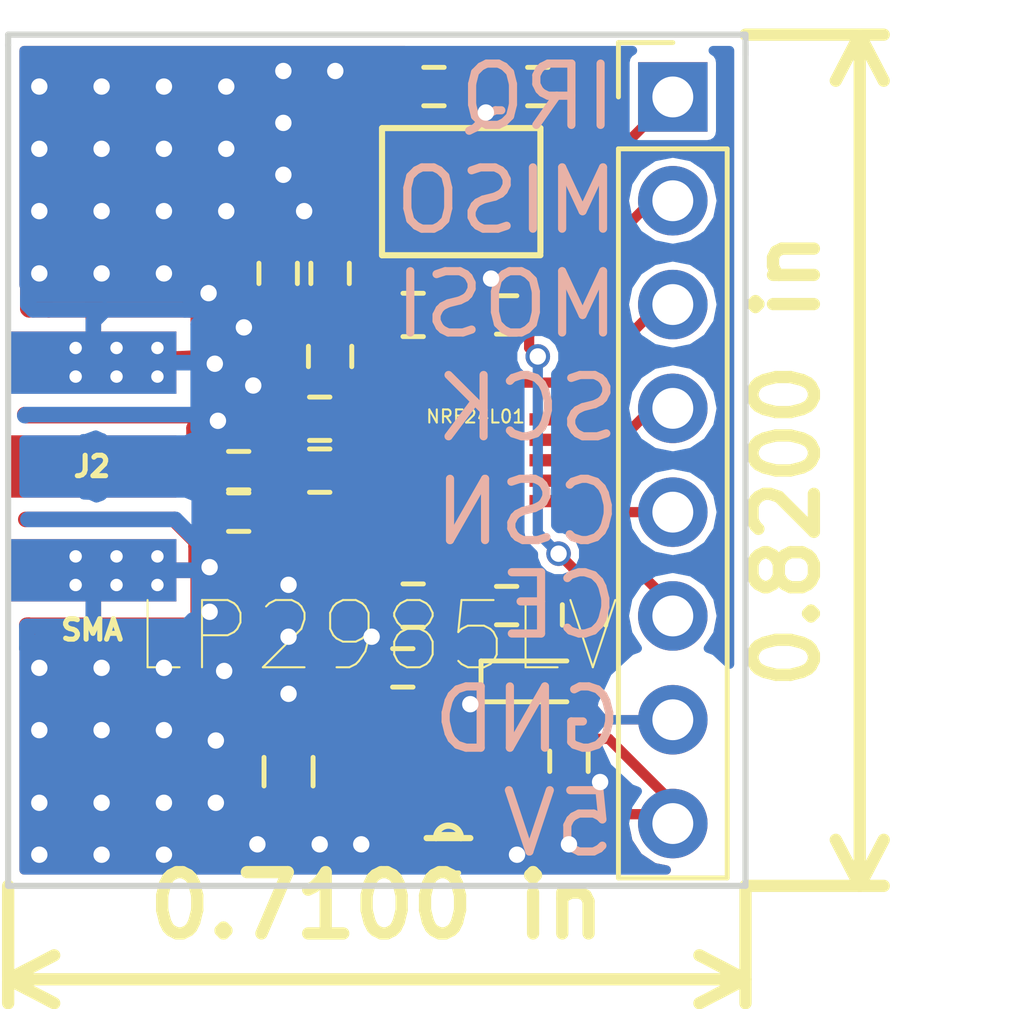
<source format=kicad_pcb>
(kicad_pcb (version 4) (host pcbnew 4.0.6)

  (general
    (links 73)
    (no_connects 0)
    (area 169.088999 107.620999 187.273001 128.599001)
    (thickness 1.6)
    (drawings 16)
    (tracks 496)
    (zones 0)
    (modules 24)
    (nets 21)
  )

  (page A4)
  (layers
    (0 F.Cu signal)
    (31 B.Cu signal)
    (32 B.Adhes user)
    (33 F.Adhes user)
    (34 B.Paste user)
    (35 F.Paste user)
    (36 B.SilkS user)
    (37 F.SilkS user)
    (38 B.Mask user)
    (39 F.Mask user)
    (40 Dwgs.User user)
    (41 Cmts.User user)
    (42 Eco1.User user)
    (43 Eco2.User user)
    (44 Edge.Cuts user)
    (45 Margin user)
    (46 B.CrtYd user)
    (47 F.CrtYd user)
    (48 B.Fab user)
    (49 F.Fab user hide)
  )

  (setup
    (last_trace_width 0.381)
    (user_trace_width 0.381)
    (user_trace_width 2.87)
    (trace_clearance 0.16)
    (zone_clearance 0.2)
    (zone_45_only no)
    (trace_min 0.15)
    (segment_width 0.2)
    (edge_width 0.15)
    (via_size 0.6)
    (via_drill 0.4)
    (via_min_size 0.4)
    (via_min_drill 0.3)
    (uvia_size 0.3)
    (uvia_drill 0.1)
    (uvias_allowed no)
    (uvia_min_size 0.2)
    (uvia_min_drill 0.1)
    (pcb_text_width 0.3)
    (pcb_text_size 1.5 1.5)
    (mod_edge_width 0.15)
    (mod_text_size 1 1)
    (mod_text_width 0.15)
    (pad_size 4.064 1.524)
    (pad_drill 0)
    (pad_to_mask_clearance 0.2)
    (aux_axis_origin 0 0)
    (visible_elements 7FFCFEF9)
    (pcbplotparams
      (layerselection 0x010f0_80000001)
      (usegerberextensions true)
      (excludeedgelayer true)
      (linewidth 0.100000)
      (plotframeref false)
      (viasonmask false)
      (mode 1)
      (useauxorigin false)
      (hpglpennumber 1)
      (hpglpenspeed 20)
      (hpglpendiameter 15)
      (hpglpenoverlay 2)
      (psnegative false)
      (psa4output false)
      (plotreference true)
      (plotvalue true)
      (plotinvisibletext false)
      (padsonsilk false)
      (subtractmaskfromsilk false)
      (outputformat 1)
      (mirror false)
      (drillshape 0)
      (scaleselection 1)
      (outputdirectory gerber/))
  )

  (net 0 "")
  (net 1 /5V)
  (net 2 GNDA)
  (net 3 "Net-(C2-Pad1)")
  (net 4 /3.3V)
  (net 5 "Net-(C5-Pad1)")
  (net 6 "Net-(C6-Pad1)")
  (net 7 "Net-(C10-Pad2)")
  (net 8 /IRQ)
  (net 9 /MISO)
  (net 10 /MOSI)
  (net 11 /SCK)
  (net 12 /CSN)
  (net 13 /CE)
  (net 14 "Net-(R1-Pad1)")
  (net 15 /XC1)
  (net 16 /ANT)
  (net 17 /ANT2)
  (net 18 /ANT1)
  (net 19 /VDD_PA)
  (net 20 "Net-(D1-Pad2)")

  (net_class Default "This is the default net class."
    (clearance 0.16)
    (trace_width 0.25)
    (via_dia 0.6)
    (via_drill 0.4)
    (uvia_dia 0.3)
    (uvia_drill 0.1)
    (add_net /3.3V)
    (add_net /5V)
    (add_net /ANT)
    (add_net /ANT1)
    (add_net /ANT2)
    (add_net /CE)
    (add_net /CSN)
    (add_net /IRQ)
    (add_net /MISO)
    (add_net /MOSI)
    (add_net /SCK)
    (add_net /VDD_PA)
    (add_net /XC1)
    (add_net GNDA)
    (add_net "Net-(C10-Pad2)")
    (add_net "Net-(C2-Pad1)")
    (add_net "Net-(C5-Pad1)")
    (add_net "Net-(C6-Pad1)")
    (add_net "Net-(D1-Pad2)")
    (add_net "Net-(R1-Pad1)")
  )

  (module Capacitors_SMD:C_0402 (layer F.Cu) (tedit 5A24B181) (tstamp 5A2483F8)
    (at 182.88 125.476 270)
    (descr "Capacitor SMD 0402, reflow soldering, AVX (see smccp.pdf)")
    (tags "capacitor 0402")
    (path /5A249C91)
    (attr smd)
    (fp_text reference C1 (at -2.286 0 270) (layer F.SilkS) hide
      (effects (font (size 1 1) (thickness 0.15)))
    )
    (fp_text value 1u (at 0 1.27 270) (layer F.Fab)
      (effects (font (size 1 1) (thickness 0.15)))
    )
    (fp_text user %R (at 0 -1.27 270) (layer F.Fab)
      (effects (font (size 1 1) (thickness 0.15)))
    )
    (fp_line (start -0.5 0.25) (end -0.5 -0.25) (layer F.Fab) (width 0.1))
    (fp_line (start 0.5 0.25) (end -0.5 0.25) (layer F.Fab) (width 0.1))
    (fp_line (start 0.5 -0.25) (end 0.5 0.25) (layer F.Fab) (width 0.1))
    (fp_line (start -0.5 -0.25) (end 0.5 -0.25) (layer F.Fab) (width 0.1))
    (fp_line (start 0.25 -0.47) (end -0.25 -0.47) (layer F.SilkS) (width 0.12))
    (fp_line (start -0.25 0.47) (end 0.25 0.47) (layer F.SilkS) (width 0.12))
    (fp_line (start -1 -0.4) (end 1 -0.4) (layer F.CrtYd) (width 0.05))
    (fp_line (start -1 -0.4) (end -1 0.4) (layer F.CrtYd) (width 0.05))
    (fp_line (start 1 0.4) (end 1 -0.4) (layer F.CrtYd) (width 0.05))
    (fp_line (start 1 0.4) (end -1 0.4) (layer F.CrtYd) (width 0.05))
    (pad 1 smd rect (at -0.55 0 270) (size 0.6 0.5) (layers F.Cu F.Paste F.Mask)
      (net 1 /5V))
    (pad 2 smd rect (at 0.55 0 270) (size 0.6 0.5) (layers F.Cu F.Paste F.Mask)
      (net 2 GNDA))
    (model Capacitors_SMD.3dshapes/C_0402.wrl
      (at (xyz 0 0 0))
      (scale (xyz 1 1 1))
      (rotate (xyz 0 0 0))
    )
  )

  (module Capacitors_SMD:C_0402 (layer F.Cu) (tedit 5A24B188) (tstamp 5A2483FE)
    (at 178.816 123.19)
    (descr "Capacitor SMD 0402, reflow soldering, AVX (see smccp.pdf)")
    (tags "capacitor 0402")
    (path /5A254E0F)
    (attr smd)
    (fp_text reference C2 (at 0 -1.27) (layer F.SilkS) hide
      (effects (font (size 1 1) (thickness 0.15)))
    )
    (fp_text value .01u (at 0 1.27) (layer F.Fab)
      (effects (font (size 1 1) (thickness 0.15)))
    )
    (fp_text user %R (at 0 -1.27) (layer F.Fab)
      (effects (font (size 1 1) (thickness 0.15)))
    )
    (fp_line (start -0.5 0.25) (end -0.5 -0.25) (layer F.Fab) (width 0.1))
    (fp_line (start 0.5 0.25) (end -0.5 0.25) (layer F.Fab) (width 0.1))
    (fp_line (start 0.5 -0.25) (end 0.5 0.25) (layer F.Fab) (width 0.1))
    (fp_line (start -0.5 -0.25) (end 0.5 -0.25) (layer F.Fab) (width 0.1))
    (fp_line (start 0.25 -0.47) (end -0.25 -0.47) (layer F.SilkS) (width 0.12))
    (fp_line (start -0.25 0.47) (end 0.25 0.47) (layer F.SilkS) (width 0.12))
    (fp_line (start -1 -0.4) (end 1 -0.4) (layer F.CrtYd) (width 0.05))
    (fp_line (start -1 -0.4) (end -1 0.4) (layer F.CrtYd) (width 0.05))
    (fp_line (start 1 0.4) (end 1 -0.4) (layer F.CrtYd) (width 0.05))
    (fp_line (start 1 0.4) (end -1 0.4) (layer F.CrtYd) (width 0.05))
    (pad 1 smd rect (at -0.55 0) (size 0.6 0.5) (layers F.Cu F.Paste F.Mask)
      (net 3 "Net-(C2-Pad1)"))
    (pad 2 smd rect (at 0.55 0) (size 0.6 0.5) (layers F.Cu F.Paste F.Mask)
      (net 2 GNDA))
    (model Capacitors_SMD.3dshapes/C_0402.wrl
      (at (xyz 0 0 0))
      (scale (xyz 1 1 1))
      (rotate (xyz 0 0 0))
    )
  )

  (module Capacitors_SMD:C_0402 (layer F.Cu) (tedit 5A24B17C) (tstamp 5A248404)
    (at 179.9336 127.7366)
    (descr "Capacitor SMD 0402, reflow soldering, AVX (see smccp.pdf)")
    (tags "capacitor 0402")
    (path /5A249C97)
    (attr smd)
    (fp_text reference C3 (at 0 -1.27) (layer F.SilkS) hide
      (effects (font (size 1 1) (thickness 0.15)))
    )
    (fp_text value .01 (at 0 1.27) (layer F.Fab)
      (effects (font (size 1 1) (thickness 0.15)))
    )
    (fp_text user %R (at 0 -1.27) (layer F.Fab)
      (effects (font (size 1 1) (thickness 0.15)))
    )
    (fp_line (start -0.5 0.25) (end -0.5 -0.25) (layer F.Fab) (width 0.1))
    (fp_line (start 0.5 0.25) (end -0.5 0.25) (layer F.Fab) (width 0.1))
    (fp_line (start 0.5 -0.25) (end 0.5 0.25) (layer F.Fab) (width 0.1))
    (fp_line (start -0.5 -0.25) (end 0.5 -0.25) (layer F.Fab) (width 0.1))
    (fp_line (start 0.25 -0.47) (end -0.25 -0.47) (layer F.SilkS) (width 0.12))
    (fp_line (start -0.25 0.47) (end 0.25 0.47) (layer F.SilkS) (width 0.12))
    (fp_line (start -1 -0.4) (end 1 -0.4) (layer F.CrtYd) (width 0.05))
    (fp_line (start -1 -0.4) (end -1 0.4) (layer F.CrtYd) (width 0.05))
    (fp_line (start 1 0.4) (end 1 -0.4) (layer F.CrtYd) (width 0.05))
    (fp_line (start 1 0.4) (end -1 0.4) (layer F.CrtYd) (width 0.05))
    (pad 1 smd rect (at -0.55 0) (size 0.6 0.5) (layers F.Cu F.Paste F.Mask)
      (net 4 /3.3V))
    (pad 2 smd rect (at 0.55 0) (size 0.6 0.5) (layers F.Cu F.Paste F.Mask)
      (net 2 GNDA))
    (model Capacitors_SMD.3dshapes/C_0402.wrl
      (at (xyz 0 0 0))
      (scale (xyz 1 1 1))
      (rotate (xyz 0 0 0))
    )
  )

  (module Capacitors_SMD:C_0402 (layer F.Cu) (tedit 5A24B19F) (tstamp 5A24840A)
    (at 181.356 114.554 180)
    (descr "Capacitor SMD 0402, reflow soldering, AVX (see smccp.pdf)")
    (tags "capacitor 0402")
    (path /5A248F9E)
    (attr smd)
    (fp_text reference C4 (at -2.032 0 180) (layer F.SilkS) hide
      (effects (font (size 1 1) (thickness 0.15)))
    )
    (fp_text value .1u (at 0 1.27 180) (layer F.Fab)
      (effects (font (size 1 1) (thickness 0.15)))
    )
    (fp_text user %R (at 0 -1.27 180) (layer F.Fab)
      (effects (font (size 1 1) (thickness 0.15)))
    )
    (fp_line (start -0.5 0.25) (end -0.5 -0.25) (layer F.Fab) (width 0.1))
    (fp_line (start 0.5 0.25) (end -0.5 0.25) (layer F.Fab) (width 0.1))
    (fp_line (start 0.5 -0.25) (end 0.5 0.25) (layer F.Fab) (width 0.1))
    (fp_line (start -0.5 -0.25) (end 0.5 -0.25) (layer F.Fab) (width 0.1))
    (fp_line (start 0.25 -0.47) (end -0.25 -0.47) (layer F.SilkS) (width 0.12))
    (fp_line (start -0.25 0.47) (end 0.25 0.47) (layer F.SilkS) (width 0.12))
    (fp_line (start -1 -0.4) (end 1 -0.4) (layer F.CrtYd) (width 0.05))
    (fp_line (start -1 -0.4) (end -1 0.4) (layer F.CrtYd) (width 0.05))
    (fp_line (start 1 0.4) (end 1 -0.4) (layer F.CrtYd) (width 0.05))
    (fp_line (start 1 0.4) (end -1 0.4) (layer F.CrtYd) (width 0.05))
    (pad 1 smd rect (at -0.55 0 180) (size 0.6 0.5) (layers F.Cu F.Paste F.Mask)
      (net 4 /3.3V))
    (pad 2 smd rect (at 0.55 0 180) (size 0.6 0.5) (layers F.Cu F.Paste F.Mask)
      (net 2 GNDA))
    (model Capacitors_SMD.3dshapes/C_0402.wrl
      (at (xyz 0 0 0))
      (scale (xyz 1 1 1))
      (rotate (xyz 0 0 0))
    )
  )

  (module Capacitors_SMD:C_0402 (layer F.Cu) (tedit 5A24B184) (tstamp 5A248410)
    (at 181.356 121.666)
    (descr "Capacitor SMD 0402, reflow soldering, AVX (see smccp.pdf)")
    (tags "capacitor 0402")
    (path /5A2476AA)
    (attr smd)
    (fp_text reference C5 (at 0 -0.635) (layer F.SilkS) hide
      (effects (font (size 1 1) (thickness 0.15)))
    )
    (fp_text value 33nF (at 0 1.27) (layer F.Fab)
      (effects (font (size 1 1) (thickness 0.15)))
    )
    (fp_text user %R (at 0 -1.27) (layer F.Fab)
      (effects (font (size 1 1) (thickness 0.15)))
    )
    (fp_line (start -0.5 0.25) (end -0.5 -0.25) (layer F.Fab) (width 0.1))
    (fp_line (start 0.5 0.25) (end -0.5 0.25) (layer F.Fab) (width 0.1))
    (fp_line (start 0.5 -0.25) (end 0.5 0.25) (layer F.Fab) (width 0.1))
    (fp_line (start -0.5 -0.25) (end 0.5 -0.25) (layer F.Fab) (width 0.1))
    (fp_line (start 0.25 -0.47) (end -0.25 -0.47) (layer F.SilkS) (width 0.12))
    (fp_line (start -0.25 0.47) (end 0.25 0.47) (layer F.SilkS) (width 0.12))
    (fp_line (start -1 -0.4) (end 1 -0.4) (layer F.CrtYd) (width 0.05))
    (fp_line (start -1 -0.4) (end -1 0.4) (layer F.CrtYd) (width 0.05))
    (fp_line (start 1 0.4) (end 1 -0.4) (layer F.CrtYd) (width 0.05))
    (fp_line (start 1 0.4) (end -1 0.4) (layer F.CrtYd) (width 0.05))
    (pad 1 smd rect (at -0.55 0) (size 0.6 0.5) (layers F.Cu F.Paste F.Mask)
      (net 5 "Net-(C5-Pad1)"))
    (pad 2 smd rect (at 0.55 0) (size 0.6 0.5) (layers F.Cu F.Paste F.Mask)
      (net 2 GNDA))
    (model Capacitors_SMD.3dshapes/C_0402.wrl
      (at (xyz 0 0 0))
      (scale (xyz 1 1 1))
      (rotate (xyz 0 0 0))
    )
  )

  (module Capacitors_SMD:C_0402 (layer F.Cu) (tedit 5A24B178) (tstamp 5A248416)
    (at 182.118 108.966 180)
    (descr "Capacitor SMD 0402, reflow soldering, AVX (see smccp.pdf)")
    (tags "capacitor 0402")
    (path /5A2477DD)
    (attr smd)
    (fp_text reference C6 (at 0 -1.27 180) (layer F.SilkS) hide
      (effects (font (size 1 1) (thickness 0.15)))
    )
    (fp_text value 22p (at 0 1.27 180) (layer F.Fab)
      (effects (font (size 1 1) (thickness 0.15)))
    )
    (fp_text user %R (at 0 -1.27 180) (layer F.Fab)
      (effects (font (size 1 1) (thickness 0.15)))
    )
    (fp_line (start -0.5 0.25) (end -0.5 -0.25) (layer F.Fab) (width 0.1))
    (fp_line (start 0.5 0.25) (end -0.5 0.25) (layer F.Fab) (width 0.1))
    (fp_line (start 0.5 -0.25) (end 0.5 0.25) (layer F.Fab) (width 0.1))
    (fp_line (start -0.5 -0.25) (end 0.5 -0.25) (layer F.Fab) (width 0.1))
    (fp_line (start 0.25 -0.47) (end -0.25 -0.47) (layer F.SilkS) (width 0.12))
    (fp_line (start -0.25 0.47) (end 0.25 0.47) (layer F.SilkS) (width 0.12))
    (fp_line (start -1 -0.4) (end 1 -0.4) (layer F.CrtYd) (width 0.05))
    (fp_line (start -1 -0.4) (end -1 0.4) (layer F.CrtYd) (width 0.05))
    (fp_line (start 1 0.4) (end 1 -0.4) (layer F.CrtYd) (width 0.05))
    (fp_line (start 1 0.4) (end -1 0.4) (layer F.CrtYd) (width 0.05))
    (pad 1 smd rect (at -0.55 0 180) (size 0.6 0.5) (layers F.Cu F.Paste F.Mask)
      (net 6 "Net-(C6-Pad1)"))
    (pad 2 smd rect (at 0.55 0 180) (size 0.6 0.5) (layers F.Cu F.Paste F.Mask)
      (net 2 GNDA))
    (model Capacitors_SMD.3dshapes/C_0402.wrl
      (at (xyz 0 0 0))
      (scale (xyz 1 1 1))
      (rotate (xyz 0 0 0))
    )
  )

  (module Capacitors_SMD:C_0402 (layer F.Cu) (tedit 5A24B1A5) (tstamp 5A24841C)
    (at 175.768 113.538 90)
    (descr "Capacitor SMD 0402, reflow soldering, AVX (see smccp.pdf)")
    (tags "capacitor 0402")
    (path /5A247DA8)
    (attr smd)
    (fp_text reference C7 (at 0 -1.27 90) (layer F.SilkS) hide
      (effects (font (size 1 1) (thickness 0.15)))
    )
    (fp_text value 2.2p (at 0 1.27 90) (layer F.Fab)
      (effects (font (size 1 1) (thickness 0.15)))
    )
    (fp_text user %R (at 0 -1.27 90) (layer F.Fab)
      (effects (font (size 1 1) (thickness 0.15)))
    )
    (fp_line (start -0.5 0.25) (end -0.5 -0.25) (layer F.Fab) (width 0.1))
    (fp_line (start 0.5 0.25) (end -0.5 0.25) (layer F.Fab) (width 0.1))
    (fp_line (start 0.5 -0.25) (end 0.5 0.25) (layer F.Fab) (width 0.1))
    (fp_line (start -0.5 -0.25) (end 0.5 -0.25) (layer F.Fab) (width 0.1))
    (fp_line (start 0.25 -0.47) (end -0.25 -0.47) (layer F.SilkS) (width 0.12))
    (fp_line (start -0.25 0.47) (end 0.25 0.47) (layer F.SilkS) (width 0.12))
    (fp_line (start -1 -0.4) (end 1 -0.4) (layer F.CrtYd) (width 0.05))
    (fp_line (start -1 -0.4) (end -1 0.4) (layer F.CrtYd) (width 0.05))
    (fp_line (start 1 0.4) (end 1 -0.4) (layer F.CrtYd) (width 0.05))
    (fp_line (start 1 0.4) (end -1 0.4) (layer F.CrtYd) (width 0.05))
    (pad 1 smd rect (at -0.55 0 90) (size 0.6 0.5) (layers F.Cu F.Paste F.Mask)
      (net 19 /VDD_PA))
    (pad 2 smd rect (at 0.55 0 90) (size 0.6 0.5) (layers F.Cu F.Paste F.Mask)
      (net 2 GNDA))
    (model Capacitors_SMD.3dshapes/C_0402.wrl
      (at (xyz 0 0 0))
      (scale (xyz 1 1 1))
      (rotate (xyz 0 0 0))
    )
  )

  (module Capacitors_SMD:C_0402 (layer F.Cu) (tedit 5A24B16F) (tstamp 5A248422)
    (at 179.578 108.966)
    (descr "Capacitor SMD 0402, reflow soldering, AVX (see smccp.pdf)")
    (tags "capacitor 0402")
    (path /5A247864)
    (attr smd)
    (fp_text reference C8 (at 0 -1.27) (layer F.SilkS) hide
      (effects (font (size 1 1) (thickness 0.15)))
    )
    (fp_text value 22p (at 0 1.27) (layer F.Fab)
      (effects (font (size 1 1) (thickness 0.15)))
    )
    (fp_text user %R (at 0 -1.27) (layer F.Fab)
      (effects (font (size 1 1) (thickness 0.15)))
    )
    (fp_line (start -0.5 0.25) (end -0.5 -0.25) (layer F.Fab) (width 0.1))
    (fp_line (start 0.5 0.25) (end -0.5 0.25) (layer F.Fab) (width 0.1))
    (fp_line (start 0.5 -0.25) (end 0.5 0.25) (layer F.Fab) (width 0.1))
    (fp_line (start -0.5 -0.25) (end 0.5 -0.25) (layer F.Fab) (width 0.1))
    (fp_line (start 0.25 -0.47) (end -0.25 -0.47) (layer F.SilkS) (width 0.12))
    (fp_line (start -0.25 0.47) (end 0.25 0.47) (layer F.SilkS) (width 0.12))
    (fp_line (start -1 -0.4) (end 1 -0.4) (layer F.CrtYd) (width 0.05))
    (fp_line (start -1 -0.4) (end -1 0.4) (layer F.CrtYd) (width 0.05))
    (fp_line (start 1 0.4) (end 1 -0.4) (layer F.CrtYd) (width 0.05))
    (fp_line (start 1 0.4) (end -1 0.4) (layer F.CrtYd) (width 0.05))
    (pad 1 smd rect (at -0.55 0) (size 0.6 0.5) (layers F.Cu F.Paste F.Mask)
      (net 15 /XC1))
    (pad 2 smd rect (at 0.55 0) (size 0.6 0.5) (layers F.Cu F.Paste F.Mask)
      (net 2 GNDA))
    (model Capacitors_SMD.3dshapes/C_0402.wrl
      (at (xyz 0 0 0))
      (scale (xyz 1 1 1))
      (rotate (xyz 0 0 0))
    )
  )

  (module Capacitors_SMD:C_0402 (layer F.Cu) (tedit 5A24B16C) (tstamp 5A248428)
    (at 177.038 113.538 90)
    (descr "Capacitor SMD 0402, reflow soldering, AVX (see smccp.pdf)")
    (tags "capacitor 0402")
    (path /5A247E1D)
    (attr smd)
    (fp_text reference C9 (at 2.032 0 90) (layer F.SilkS) hide
      (effects (font (size 1 1) (thickness 0.15)))
    )
    (fp_text value 4.7p (at 0 1.27 90) (layer F.Fab)
      (effects (font (size 1 1) (thickness 0.15)))
    )
    (fp_text user %R (at 0 -1.27 90) (layer F.Fab)
      (effects (font (size 1 1) (thickness 0.15)))
    )
    (fp_line (start -0.5 0.25) (end -0.5 -0.25) (layer F.Fab) (width 0.1))
    (fp_line (start 0.5 0.25) (end -0.5 0.25) (layer F.Fab) (width 0.1))
    (fp_line (start 0.5 -0.25) (end 0.5 0.25) (layer F.Fab) (width 0.1))
    (fp_line (start -0.5 -0.25) (end 0.5 -0.25) (layer F.Fab) (width 0.1))
    (fp_line (start 0.25 -0.47) (end -0.25 -0.47) (layer F.SilkS) (width 0.12))
    (fp_line (start -0.25 0.47) (end 0.25 0.47) (layer F.SilkS) (width 0.12))
    (fp_line (start -1 -0.4) (end 1 -0.4) (layer F.CrtYd) (width 0.05))
    (fp_line (start -1 -0.4) (end -1 0.4) (layer F.CrtYd) (width 0.05))
    (fp_line (start 1 0.4) (end 1 -0.4) (layer F.CrtYd) (width 0.05))
    (fp_line (start 1 0.4) (end -1 0.4) (layer F.CrtYd) (width 0.05))
    (pad 1 smd rect (at -0.55 0 90) (size 0.6 0.5) (layers F.Cu F.Paste F.Mask)
      (net 19 /VDD_PA))
    (pad 2 smd rect (at 0.55 0 90) (size 0.6 0.5) (layers F.Cu F.Paste F.Mask)
      (net 2 GNDA))
    (model Capacitors_SMD.3dshapes/C_0402.wrl
      (at (xyz 0 0 0))
      (scale (xyz 1 1 1))
      (rotate (xyz 0 0 0))
    )
  )

  (module Capacitors_SMD:C_0402 (layer F.Cu) (tedit 5A24B198) (tstamp 5A24842E)
    (at 174.8028 118.364)
    (descr "Capacitor SMD 0402, reflow soldering, AVX (see smccp.pdf)")
    (tags "capacitor 0402")
    (path /5A2481D5)
    (attr smd)
    (fp_text reference C10 (at 0 -1.27) (layer F.SilkS) hide
      (effects (font (size 1 1) (thickness 0.15)))
    )
    (fp_text value 1.5p (at 0 1.27) (layer F.Fab)
      (effects (font (size 1 1) (thickness 0.15)))
    )
    (fp_text user %R (at 0 -1.27) (layer F.Fab)
      (effects (font (size 1 1) (thickness 0.15)))
    )
    (fp_line (start -0.5 0.25) (end -0.5 -0.25) (layer F.Fab) (width 0.1))
    (fp_line (start 0.5 0.25) (end -0.5 0.25) (layer F.Fab) (width 0.1))
    (fp_line (start 0.5 -0.25) (end 0.5 0.25) (layer F.Fab) (width 0.1))
    (fp_line (start -0.5 -0.25) (end 0.5 -0.25) (layer F.Fab) (width 0.1))
    (fp_line (start 0.25 -0.47) (end -0.25 -0.47) (layer F.SilkS) (width 0.12))
    (fp_line (start -0.25 0.47) (end 0.25 0.47) (layer F.SilkS) (width 0.12))
    (fp_line (start -1 -0.4) (end 1 -0.4) (layer F.CrtYd) (width 0.05))
    (fp_line (start -1 -0.4) (end -1 0.4) (layer F.CrtYd) (width 0.05))
    (fp_line (start 1 0.4) (end 1 -0.4) (layer F.CrtYd) (width 0.05))
    (fp_line (start 1 0.4) (end -1 0.4) (layer F.CrtYd) (width 0.05))
    (pad 1 smd rect (at -0.55 0) (size 0.6 0.5) (layers F.Cu F.Paste F.Mask)
      (net 16 /ANT))
    (pad 2 smd rect (at 0.55 0) (size 0.6 0.5) (layers F.Cu F.Paste F.Mask)
      (net 7 "Net-(C10-Pad2)"))
    (model Capacitors_SMD.3dshapes/C_0402.wrl
      (at (xyz 0 0 0))
      (scale (xyz 1 1 1))
      (rotate (xyz 0 0 0))
    )
  )

  (module Capacitors_SMD:C_0402 (layer F.Cu) (tedit 5A24B18E) (tstamp 5A248434)
    (at 174.8028 119.38)
    (descr "Capacitor SMD 0402, reflow soldering, AVX (see smccp.pdf)")
    (tags "capacitor 0402")
    (path /5A248252)
    (attr smd)
    (fp_text reference C11 (at 0 1.27) (layer F.SilkS) hide
      (effects (font (size 1 1) (thickness 0.15)))
    )
    (fp_text value 1.0p (at 0 1.27) (layer F.Fab)
      (effects (font (size 1 1) (thickness 0.15)))
    )
    (fp_text user %R (at 0 -1.27) (layer F.Fab)
      (effects (font (size 1 1) (thickness 0.15)))
    )
    (fp_line (start -0.5 0.25) (end -0.5 -0.25) (layer F.Fab) (width 0.1))
    (fp_line (start 0.5 0.25) (end -0.5 0.25) (layer F.Fab) (width 0.1))
    (fp_line (start 0.5 -0.25) (end 0.5 0.25) (layer F.Fab) (width 0.1))
    (fp_line (start -0.5 -0.25) (end 0.5 -0.25) (layer F.Fab) (width 0.1))
    (fp_line (start 0.25 -0.47) (end -0.25 -0.47) (layer F.SilkS) (width 0.12))
    (fp_line (start -0.25 0.47) (end 0.25 0.47) (layer F.SilkS) (width 0.12))
    (fp_line (start -1 -0.4) (end 1 -0.4) (layer F.CrtYd) (width 0.05))
    (fp_line (start -1 -0.4) (end -1 0.4) (layer F.CrtYd) (width 0.05))
    (fp_line (start 1 0.4) (end 1 -0.4) (layer F.CrtYd) (width 0.05))
    (fp_line (start 1 0.4) (end -1 0.4) (layer F.CrtYd) (width 0.05))
    (pad 1 smd rect (at -0.55 0) (size 0.6 0.5) (layers F.Cu F.Paste F.Mask)
      (net 16 /ANT))
    (pad 2 smd rect (at 0.55 0) (size 0.6 0.5) (layers F.Cu F.Paste F.Mask)
      (net 2 GNDA))
    (model Capacitors_SMD.3dshapes/C_0402.wrl
      (at (xyz 0 0 0))
      (scale (xyz 1 1 1))
      (rotate (xyz 0 0 0))
    )
  )

  (module Pin_Headers:Pin_Header_Straight_1x08_Pitch2.54mm (layer F.Cu) (tedit 5A24B175) (tstamp 5A248440)
    (at 185.42 109.22)
    (descr "Through hole straight pin header, 1x08, 2.54mm pitch, single row")
    (tags "Through hole pin header THT 1x08 2.54mm single row")
    (path /5A2474BD)
    (fp_text reference J1 (at 0 -2.33) (layer F.SilkS) hide
      (effects (font (size 1 1) (thickness 0.15)))
    )
    (fp_text value "pin headers" (at 0 20.11) (layer F.Fab)
      (effects (font (size 1 1) (thickness 0.15)))
    )
    (fp_line (start -0.635 -1.27) (end 1.27 -1.27) (layer F.Fab) (width 0.1))
    (fp_line (start 1.27 -1.27) (end 1.27 19.05) (layer F.Fab) (width 0.1))
    (fp_line (start 1.27 19.05) (end -1.27 19.05) (layer F.Fab) (width 0.1))
    (fp_line (start -1.27 19.05) (end -1.27 -0.635) (layer F.Fab) (width 0.1))
    (fp_line (start -1.27 -0.635) (end -0.635 -1.27) (layer F.Fab) (width 0.1))
    (fp_line (start -1.33 19.11) (end 1.33 19.11) (layer F.SilkS) (width 0.12))
    (fp_line (start -1.33 1.27) (end -1.33 19.11) (layer F.SilkS) (width 0.12))
    (fp_line (start 1.33 1.27) (end 1.33 19.11) (layer F.SilkS) (width 0.12))
    (fp_line (start -1.33 1.27) (end 1.33 1.27) (layer F.SilkS) (width 0.12))
    (fp_line (start -1.33 0) (end -1.33 -1.33) (layer F.SilkS) (width 0.12))
    (fp_line (start -1.33 -1.33) (end 0 -1.33) (layer F.SilkS) (width 0.12))
    (fp_line (start -1.8 -1.8) (end -1.8 19.55) (layer F.CrtYd) (width 0.05))
    (fp_line (start -1.8 19.55) (end 1.8 19.55) (layer F.CrtYd) (width 0.05))
    (fp_line (start 1.8 19.55) (end 1.8 -1.8) (layer F.CrtYd) (width 0.05))
    (fp_line (start 1.8 -1.8) (end -1.8 -1.8) (layer F.CrtYd) (width 0.05))
    (fp_text user %R (at 0 8.89 90) (layer F.Fab)
      (effects (font (size 1 1) (thickness 0.15)))
    )
    (pad 1 thru_hole rect (at 0 0) (size 1.7 1.7) (drill 1) (layers *.Cu *.Mask)
      (net 8 /IRQ))
    (pad 2 thru_hole oval (at 0 2.54) (size 1.7 1.7) (drill 1) (layers *.Cu *.Mask)
      (net 9 /MISO))
    (pad 3 thru_hole oval (at 0 5.08) (size 1.7 1.7) (drill 1) (layers *.Cu *.Mask)
      (net 10 /MOSI))
    (pad 4 thru_hole oval (at 0 7.62) (size 1.7 1.7) (drill 1) (layers *.Cu *.Mask)
      (net 11 /SCK))
    (pad 5 thru_hole oval (at 0 10.16) (size 1.7 1.7) (drill 1) (layers *.Cu *.Mask)
      (net 12 /CSN))
    (pad 6 thru_hole oval (at 0 12.7) (size 1.7 1.7) (drill 1) (layers *.Cu *.Mask)
      (net 13 /CE))
    (pad 7 thru_hole oval (at 0 15.24) (size 1.7 1.7) (drill 1) (layers *.Cu *.Mask)
      (net 2 GNDA))
    (pad 8 thru_hole oval (at 0 17.78) (size 1.7 1.7) (drill 1) (layers *.Cu *.Mask)
      (net 1 /5V))
    (model ${KISYS3DMOD}/Pin_Headers.3dshapes/Pin_Header_Straight_1x08_Pitch2.54mm.wrl
      (at (xyz 0 -0.35 0))
      (scale (xyz 1 1 1))
      (rotate (xyz 0 0 90))
    )
  )

  (module Inductors_SMD:L_0402 (layer F.Cu) (tedit 5A24B193) (tstamp 5A248446)
    (at 176.784 117.094 180)
    (descr "Resistor SMD 0402, reflow soldering, Vishay (see dcrcw.pdf)")
    (tags "resistor 0402")
    (path /5A247EA1)
    (attr smd)
    (fp_text reference L1 (at 0 -1.8 180) (layer F.SilkS) hide
      (effects (font (size 1 1) (thickness 0.15)))
    )
    (fp_text value 8.2n (at 0 1.8 180) (layer F.Fab)
      (effects (font (size 1 1) (thickness 0.15)))
    )
    (fp_text user %R (at 0 0 180) (layer F.Fab)
      (effects (font (size 0.2 0.2) (thickness 0.03)))
    )
    (fp_line (start -0.5 0.25) (end -0.5 -0.25) (layer F.Fab) (width 0.1))
    (fp_line (start 0.5 0.25) (end -0.5 0.25) (layer F.Fab) (width 0.1))
    (fp_line (start 0.5 -0.25) (end 0.5 0.25) (layer F.Fab) (width 0.1))
    (fp_line (start -0.5 -0.25) (end 0.5 -0.25) (layer F.Fab) (width 0.1))
    (fp_line (start -0.95 -0.65) (end 0.95 -0.65) (layer F.CrtYd) (width 0.05))
    (fp_line (start -0.95 0.65) (end 0.95 0.65) (layer F.CrtYd) (width 0.05))
    (fp_line (start -0.95 -0.65) (end -0.95 0.65) (layer F.CrtYd) (width 0.05))
    (fp_line (start 0.95 -0.65) (end 0.95 0.65) (layer F.CrtYd) (width 0.05))
    (fp_line (start 0.25 -0.53) (end -0.25 -0.53) (layer F.SilkS) (width 0.12))
    (fp_line (start -0.25 0.53) (end 0.25 0.53) (layer F.SilkS) (width 0.12))
    (pad 1 smd rect (at -0.45 0 180) (size 0.4 0.6) (layers F.Cu F.Paste F.Mask)
      (net 17 /ANT2))
    (pad 2 smd rect (at 0.45 0 180) (size 0.4 0.6) (layers F.Cu F.Paste F.Mask)
      (net 18 /ANT1))
    (model ${KISYS3DMOD}/Inductors_SMD.3dshapes/L_0402.wrl
      (at (xyz 0 0 0))
      (scale (xyz 1 1 1))
      (rotate (xyz 0 0 0))
    )
  )

  (module Inductors_SMD:L_0402 (layer F.Cu) (tedit 5A24B195) (tstamp 5A24844C)
    (at 176.784 118.364 180)
    (descr "Resistor SMD 0402, reflow soldering, Vishay (see dcrcw.pdf)")
    (tags "resistor 0402")
    (path /5A247EE2)
    (attr smd)
    (fp_text reference L2 (at -0.254 -1.27 180) (layer F.SilkS) hide
      (effects (font (size 1 1) (thickness 0.15)))
    )
    (fp_text value 3.9n (at 0 1.8 180) (layer F.Fab)
      (effects (font (size 1 1) (thickness 0.15)))
    )
    (fp_text user %R (at 0 0 180) (layer F.Fab)
      (effects (font (size 0.2 0.2) (thickness 0.03)))
    )
    (fp_line (start -0.5 0.25) (end -0.5 -0.25) (layer F.Fab) (width 0.1))
    (fp_line (start 0.5 0.25) (end -0.5 0.25) (layer F.Fab) (width 0.1))
    (fp_line (start 0.5 -0.25) (end 0.5 0.25) (layer F.Fab) (width 0.1))
    (fp_line (start -0.5 -0.25) (end 0.5 -0.25) (layer F.Fab) (width 0.1))
    (fp_line (start -0.95 -0.65) (end 0.95 -0.65) (layer F.CrtYd) (width 0.05))
    (fp_line (start -0.95 0.65) (end 0.95 0.65) (layer F.CrtYd) (width 0.05))
    (fp_line (start -0.95 -0.65) (end -0.95 0.65) (layer F.CrtYd) (width 0.05))
    (fp_line (start 0.95 -0.65) (end 0.95 0.65) (layer F.CrtYd) (width 0.05))
    (fp_line (start 0.25 -0.53) (end -0.25 -0.53) (layer F.SilkS) (width 0.12))
    (fp_line (start -0.25 0.53) (end 0.25 0.53) (layer F.SilkS) (width 0.12))
    (pad 1 smd rect (at -0.45 0 180) (size 0.4 0.6) (layers F.Cu F.Paste F.Mask)
      (net 18 /ANT1))
    (pad 2 smd rect (at 0.45 0 180) (size 0.4 0.6) (layers F.Cu F.Paste F.Mask)
      (net 7 "Net-(C10-Pad2)"))
    (model ${KISYS3DMOD}/Inductors_SMD.3dshapes/L_0402.wrl
      (at (xyz 0 0 0))
      (scale (xyz 1 1 1))
      (rotate (xyz 0 0 0))
    )
  )

  (module Inductors_SMD:L_0402 (layer F.Cu) (tedit 5A24B1A2) (tstamp 5A248452)
    (at 177.038 115.57 270)
    (descr "Resistor SMD 0402, reflow soldering, Vishay (see dcrcw.pdf)")
    (tags "resistor 0402")
    (path /5A247E30)
    (attr smd)
    (fp_text reference L3 (at 0 1.27 270) (layer F.SilkS) hide
      (effects (font (size 1 1) (thickness 0.15)))
    )
    (fp_text value 2.7n (at 0 1.8 270) (layer F.Fab)
      (effects (font (size 1 1) (thickness 0.15)))
    )
    (fp_text user %R (at 0 0 270) (layer F.Fab)
      (effects (font (size 0.2 0.2) (thickness 0.03)))
    )
    (fp_line (start -0.5 0.25) (end -0.5 -0.25) (layer F.Fab) (width 0.1))
    (fp_line (start 0.5 0.25) (end -0.5 0.25) (layer F.Fab) (width 0.1))
    (fp_line (start 0.5 -0.25) (end 0.5 0.25) (layer F.Fab) (width 0.1))
    (fp_line (start -0.5 -0.25) (end 0.5 -0.25) (layer F.Fab) (width 0.1))
    (fp_line (start -0.95 -0.65) (end 0.95 -0.65) (layer F.CrtYd) (width 0.05))
    (fp_line (start -0.95 0.65) (end 0.95 0.65) (layer F.CrtYd) (width 0.05))
    (fp_line (start -0.95 -0.65) (end -0.95 0.65) (layer F.CrtYd) (width 0.05))
    (fp_line (start 0.95 -0.65) (end 0.95 0.65) (layer F.CrtYd) (width 0.05))
    (fp_line (start 0.25 -0.53) (end -0.25 -0.53) (layer F.SilkS) (width 0.12))
    (fp_line (start -0.25 0.53) (end 0.25 0.53) (layer F.SilkS) (width 0.12))
    (pad 1 smd rect (at -0.45 0 270) (size 0.4 0.6) (layers F.Cu F.Paste F.Mask)
      (net 19 /VDD_PA))
    (pad 2 smd rect (at 0.45 0 270) (size 0.4 0.6) (layers F.Cu F.Paste F.Mask)
      (net 17 /ANT2))
    (model ${KISYS3DMOD}/Inductors_SMD.3dshapes/L_0402.wrl
      (at (xyz 0 0 0))
      (scale (xyz 1 1 1))
      (rotate (xyz 0 0 0))
    )
  )

  (module Inductors_SMD:L_0402 (layer F.Cu) (tedit 5A24B18C) (tstamp 5A248458)
    (at 179.07 121.666)
    (descr "Resistor SMD 0402, reflow soldering, Vishay (see dcrcw.pdf)")
    (tags "resistor 0402")
    (path /5A247B9D)
    (attr smd)
    (fp_text reference R1 (at 0 -1.8) (layer F.SilkS) hide
      (effects (font (size 1 1) (thickness 0.15)))
    )
    (fp_text value 22k (at 0 1.8) (layer F.Fab)
      (effects (font (size 1 1) (thickness 0.15)))
    )
    (fp_text user %R (at 0 0) (layer F.Fab)
      (effects (font (size 0.2 0.2) (thickness 0.03)))
    )
    (fp_line (start -0.5 0.25) (end -0.5 -0.25) (layer F.Fab) (width 0.1))
    (fp_line (start 0.5 0.25) (end -0.5 0.25) (layer F.Fab) (width 0.1))
    (fp_line (start 0.5 -0.25) (end 0.5 0.25) (layer F.Fab) (width 0.1))
    (fp_line (start -0.5 -0.25) (end 0.5 -0.25) (layer F.Fab) (width 0.1))
    (fp_line (start -0.95 -0.65) (end 0.95 -0.65) (layer F.CrtYd) (width 0.05))
    (fp_line (start -0.95 0.65) (end 0.95 0.65) (layer F.CrtYd) (width 0.05))
    (fp_line (start -0.95 -0.65) (end -0.95 0.65) (layer F.CrtYd) (width 0.05))
    (fp_line (start 0.95 -0.65) (end 0.95 0.65) (layer F.CrtYd) (width 0.05))
    (fp_line (start 0.25 -0.53) (end -0.25 -0.53) (layer F.SilkS) (width 0.12))
    (fp_line (start -0.25 0.53) (end 0.25 0.53) (layer F.SilkS) (width 0.12))
    (pad 1 smd rect (at -0.45 0) (size 0.4 0.6) (layers F.Cu F.Paste F.Mask)
      (net 14 "Net-(R1-Pad1)"))
    (pad 2 smd rect (at 0.45 0) (size 0.4 0.6) (layers F.Cu F.Paste F.Mask)
      (net 2 GNDA))
    (model ${KISYS3DMOD}/Inductors_SMD.3dshapes/L_0402.wrl
      (at (xyz 0 0 0))
      (scale (xyz 1 1 1))
      (rotate (xyz 0 0 0))
    )
  )

  (module Inductors_SMD:L_0402 (layer F.Cu) (tedit 5A24B19C) (tstamp 5A24845E)
    (at 179.07 114.554)
    (descr "Resistor SMD 0402, reflow soldering, Vishay (see dcrcw.pdf)")
    (tags "resistor 0402")
    (path /5A247786)
    (attr smd)
    (fp_text reference R2 (at -0.254 0.508) (layer F.SilkS) hide
      (effects (font (size 1 1) (thickness 0.15)))
    )
    (fp_text value 1M (at 0 1.8) (layer F.Fab)
      (effects (font (size 1 1) (thickness 0.15)))
    )
    (fp_text user %R (at 0 0) (layer F.Fab)
      (effects (font (size 0.2 0.2) (thickness 0.03)))
    )
    (fp_line (start -0.5 0.25) (end -0.5 -0.25) (layer F.Fab) (width 0.1))
    (fp_line (start 0.5 0.25) (end -0.5 0.25) (layer F.Fab) (width 0.1))
    (fp_line (start 0.5 -0.25) (end 0.5 0.25) (layer F.Fab) (width 0.1))
    (fp_line (start -0.5 -0.25) (end 0.5 -0.25) (layer F.Fab) (width 0.1))
    (fp_line (start -0.95 -0.65) (end 0.95 -0.65) (layer F.CrtYd) (width 0.05))
    (fp_line (start -0.95 0.65) (end 0.95 0.65) (layer F.CrtYd) (width 0.05))
    (fp_line (start -0.95 -0.65) (end -0.95 0.65) (layer F.CrtYd) (width 0.05))
    (fp_line (start 0.95 -0.65) (end 0.95 0.65) (layer F.CrtYd) (width 0.05))
    (fp_line (start 0.25 -0.53) (end -0.25 -0.53) (layer F.SilkS) (width 0.12))
    (fp_line (start -0.25 0.53) (end 0.25 0.53) (layer F.SilkS) (width 0.12))
    (pad 1 smd rect (at -0.45 0) (size 0.4 0.6) (layers F.Cu F.Paste F.Mask)
      (net 15 /XC1))
    (pad 2 smd rect (at 0.45 0) (size 0.4 0.6) (layers F.Cu F.Paste F.Mask)
      (net 6 "Net-(C6-Pad1)"))
    (model ${KISYS3DMOD}/Inductors_SMD.3dshapes/L_0402.wrl
      (at (xyz 0 0 0))
      (scale (xyz 1 1 1))
      (rotate (xyz 0 0 0))
    )
  )

  (module LP2985-50DBVTG4:SOT95P280X145-5N (layer F.Cu) (tedit 5A24B17E) (tstamp 5A248467)
    (at 179.9336 125.8316 180)
    (path /5A2545A1)
    (attr smd)
    (fp_text reference U1 (at 0.713358 -3.59231 180) (layer F.SilkS) hide
      (effects (font (size 1.645 1.645) (thickness 0.05)))
    )
    (fp_text value LP2985LV (at 1.75826 3.41459 180) (layer F.SilkS)
      (effects (font (size 1.64529 1.64529) (thickness 0.05)))
    )
    (fp_line (start 0.5334 -1.524) (end 0.3048 -1.524) (layer F.SilkS) (width 0.1524))
    (fp_line (start 0.3048 -1.524) (end -0.3048 -1.524) (layer F.SilkS) (width 0.1524))
    (fp_line (start -0.3048 -1.524) (end -0.5334 -1.524) (layer F.SilkS) (width 0.1524))
    (fp_arc (start 0 -1.524) (end -0.3048 -1.524) (angle -180) (layer F.SilkS) (width 0.1524))
    (fp_line (start -0.8636 1.524) (end 0.8636 1.524) (layer Dwgs.User) (width 0))
    (fp_line (start 0.8636 1.524) (end 0.8636 1.1938) (layer Dwgs.User) (width 0))
    (fp_line (start 0.8636 1.1938) (end 0.8636 0.7112) (layer Dwgs.User) (width 0))
    (fp_line (start 0.8636 0.7112) (end 0.8636 -0.7112) (layer Dwgs.User) (width 0))
    (fp_line (start 0.8636 -1.524) (end 0.3048 -1.524) (layer Dwgs.User) (width 0))
    (fp_line (start 0.3048 -1.524) (end -0.3048 -1.524) (layer Dwgs.User) (width 0))
    (fp_line (start -0.3048 -1.524) (end -0.8636 -1.524) (layer Dwgs.User) (width 0))
    (fp_line (start -0.8636 -1.524) (end -0.8636 -1.1938) (layer Dwgs.User) (width 0))
    (fp_line (start -0.8636 -1.1938) (end -0.8636 -0.7112) (layer Dwgs.User) (width 0))
    (fp_line (start -0.8636 -0.7112) (end -0.8636 -0.254) (layer Dwgs.User) (width 0))
    (fp_line (start -0.8636 -0.254) (end -0.8636 0.254) (layer Dwgs.User) (width 0))
    (fp_line (start -0.8636 0.254) (end -0.8636 0.7112) (layer Dwgs.User) (width 0))
    (fp_line (start -0.8636 -1.1938) (end -1.4986 -1.1938) (layer Dwgs.User) (width 0))
    (fp_line (start -1.4986 -1.1938) (end -1.4986 -0.7112) (layer Dwgs.User) (width 0))
    (fp_line (start -1.4986 -0.7112) (end -0.8636 -0.7112) (layer Dwgs.User) (width 0))
    (fp_line (start -0.8636 -0.254) (end -1.4986 -0.254) (layer Dwgs.User) (width 0))
    (fp_line (start -1.4986 -0.254) (end -1.4986 0.254) (layer Dwgs.User) (width 0))
    (fp_line (start -1.4986 0.254) (end -0.8636 0.254) (layer Dwgs.User) (width 0))
    (fp_line (start -0.8636 1.524) (end -0.8636 1.1938) (layer Dwgs.User) (width 0))
    (fp_line (start -0.8636 1.1938) (end -0.8636 0.7112) (layer Dwgs.User) (width 0))
    (fp_line (start -0.8636 0.7112) (end -1.4986 0.7112) (layer Dwgs.User) (width 0))
    (fp_line (start -1.4986 0.7112) (end -1.4986 1.1938) (layer Dwgs.User) (width 0))
    (fp_line (start -1.4986 1.1938) (end -0.8636 1.1938) (layer Dwgs.User) (width 0))
    (fp_line (start 0.8636 1.1938) (end 1.4986 1.1938) (layer Dwgs.User) (width 0))
    (fp_line (start 1.4986 1.1938) (end 1.4986 0.7112) (layer Dwgs.User) (width 0))
    (fp_line (start 1.4986 0.7112) (end 0.8636 0.7112) (layer Dwgs.User) (width 0))
    (fp_line (start 0.8636 -1.524) (end 0.8636 -1.1938) (layer Dwgs.User) (width 0))
    (fp_line (start 0.8636 -1.1938) (end 0.8636 -0.7112) (layer Dwgs.User) (width 0))
    (fp_line (start 0.8636 -0.7112) (end 1.4986 -0.7112) (layer Dwgs.User) (width 0))
    (fp_line (start 1.4986 -0.7112) (end 1.4986 -1.1938) (layer Dwgs.User) (width 0))
    (fp_line (start 1.4986 -1.1938) (end 0.8636 -1.1938) (layer Dwgs.User) (width 0))
    (fp_arc (start 0 -1.524) (end -0.3048 -1.524) (angle -180) (layer Dwgs.User) (width 0))
    (pad 1 smd rect (at -1.2954 -0.9398 180) (size 1.27 0.5588) (layers F.Cu F.Paste F.Mask)
      (net 1 /5V))
    (pad 2 smd rect (at -1.2954 0 180) (size 1.27 0.5588) (layers F.Cu F.Paste F.Mask)
      (net 2 GNDA))
    (pad 3 smd rect (at -1.2954 0.9398 180) (size 1.27 0.5588) (layers F.Cu F.Paste F.Mask)
      (net 1 /5V))
    (pad 4 smd rect (at 1.2954 0.9398 180) (size 1.27 0.5588) (layers F.Cu F.Paste F.Mask)
      (net 3 "Net-(C2-Pad1)"))
    (pad 5 smd rect (at 1.2954 -0.9398 180) (size 1.27 0.5588) (layers F.Cu F.Paste F.Mask)
      (net 4 /3.3V))
  )

  (module NRF24L01:QFN20 (layer F.Cu) (tedit 5A24B2A4) (tstamp 5A248480)
    (at 180.34 118.11 180)
    (path /5A2473A5)
    (attr smd)
    (fp_text reference U2 (at -0.457749 -1.09351 180) (layer F.SilkS) hide
      (effects (font (size 0.320383 0.320383) (thickness 0.05)))
    )
    (fp_text value NRF24L01 (at -0.254616 1.06938 180) (layer F.SilkS)
      (effects (font (size 0.320774 0.320774) (thickness 0.05)))
    )
    (fp_line (start -2 -2) (end 2 -2) (layer Dwgs.User) (width 0.0762))
    (fp_line (start 2 -2) (end 2 2) (layer Dwgs.User) (width 0.0762))
    (fp_line (start 2 2) (end -2 2) (layer Dwgs.User) (width 0.0762))
    (fp_line (start -2 2) (end -2 -2) (layer Dwgs.User) (width 0.0762))
    (fp_poly (pts (xy -0.250191 -0.25) (xy 0.25 -0.25) (xy 0.25 0.250191) (xy -0.250191 0.250191)) (layer F.Paste) (width 0.381))
    (fp_poly (pts (xy -2.10071 -1.1049) (xy -1.6129 -1.1049) (xy -1.6129 -0.903942) (xy -2.10071 -0.903942)) (layer F.Paste) (width 0.381))
    (fp_poly (pts (xy -2.09761 -0.5969) (xy -1.6129 -0.5969) (xy -1.6129 -0.394096) (xy -2.09761 -0.394096)) (layer F.Paste) (width 0.381))
    (fp_poly (pts (xy -2.09807 -0.1016) (xy -1.6129 -0.1016) (xy -1.6129 0.101725) (xy -2.09807 0.101725)) (layer F.Paste) (width 0.381))
    (fp_poly (pts (xy -2.09924 0.3937) (xy -1.6129 0.3937) (xy -1.6129 0.597964) (xy -2.09924 0.597964)) (layer F.Paste) (width 0.381))
    (fp_poly (pts (xy -2.102 0.9017) (xy -1.6129 0.9017) (xy -1.6129 1.10833) (xy -2.102 1.10833)) (layer F.Paste) (width 0.381))
    (fp_poly (pts (xy 1.61516 -1.1049) (xy 2.0955 -1.1049) (xy 2.0955 -0.902961) (xy 1.61516 -0.902961)) (layer F.Paste) (width 0.381))
    (fp_poly (pts (xy 1.6159 -0.5969) (xy 2.0955 -0.5969) (xy 2.0955 -0.394433) (xy 1.6159 -0.394433)) (layer F.Paste) (width 0.381))
    (fp_poly (pts (xy 1.61632 -0.1016) (xy 2.0955 -0.1016) (xy 2.0955 0.101816) (xy 1.61632 0.101816)) (layer F.Paste) (width 0.381))
    (fp_poly (pts (xy 1.61524 0.3937) (xy 2.0955 0.3937) (xy 2.0955 0.597766) (xy 1.61524 0.597766)) (layer F.Paste) (width 0.381))
    (fp_poly (pts (xy 1.61844 0.9017) (xy 2.0955 0.9017) (xy 2.0955 1.10869) (xy 1.61844 1.10869)) (layer F.Paste) (width 0.381))
    (fp_poly (pts (xy -1.10448 -1.61332) (xy -1.10448 -2.09796) (xy -0.904158 -2.09796) (xy -0.904158 -1.61332)) (layer F.Paste) (width 0.381))
    (fp_poly (pts (xy -0.596161 -1.61364) (xy -0.596161 -2.09731) (xy -0.395507 -2.09731) (xy -0.395507 -1.61364)) (layer F.Paste) (width 0.381))
    (fp_poly (pts (xy -0.099821 -1.61468) (xy -0.099821 -2.09785) (xy 0.099252 -2.09785) (xy 0.099252 -1.61468)) (layer F.Paste) (width 0.381))
    (fp_poly (pts (xy 0.395715 -1.61492) (xy 0.395715 -2.09701) (xy 0.595394 -2.09701) (xy 0.595394 -1.61492)) (layer F.Paste) (width 0.381))
    (fp_poly (pts (xy 0.905457 -1.61666) (xy 0.905457 -2.09698) (xy 1.10342 -2.09698) (xy 1.10342 -1.61666)) (layer F.Paste) (width 0.381))
    (fp_poly (pts (xy -1.1084 2.099) (xy -1.1084 1.61368) (xy -0.90092 1.61368) (xy -0.90092 2.099)) (layer F.Paste) (width 0.381))
    (fp_poly (pts (xy -0.598753 2.09735) (xy -0.598753 1.61374) (xy -0.392862 1.61374) (xy -0.392862 2.09735)) (layer F.Paste) (width 0.381))
    (fp_poly (pts (xy -0.103486 2.09739) (xy -0.103486 1.61437) (xy 0.103072 1.61437) (xy 0.103072 2.09739)) (layer F.Paste) (width 0.381))
    (fp_poly (pts (xy 0.391277 2.09792) (xy 0.391277 1.61605) (xy 0.600046 1.61605) (xy 0.600046 2.09792)) (layer F.Paste) (width 0.381))
    (fp_poly (pts (xy 0.900494 2.09671) (xy 0.900494 1.61564) (xy 1.10764 1.61564) (xy 1.10764 2.09671)) (layer F.Paste) (width 0.381))
    (pad 0 smd rect (at 0 0) (size 1 1) (layers F.Cu F.Paste F.Mask)
      (net 2 GNDA))
    (pad 16 smd rect (at 1 -1.9 270) (size 0.65 0.3) (layers F.Cu F.Paste F.Mask)
      (net 14 "Net-(R1-Pad1)"))
    (pad 15 smd rect (at 1.9 -1 180) (size 0.65 0.3) (layers F.Cu F.Paste F.Mask)
      (net 4 /3.3V))
    (pad 14 smd rect (at 1.9 -0.5 180) (size 0.65 0.3) (layers F.Cu F.Paste F.Mask)
      (net 2 GNDA))
    (pad 13 smd rect (at 1.9 0 180) (size 0.65 0.3) (layers F.Cu F.Paste F.Mask)
      (net 18 /ANT1))
    (pad 12 smd rect (at 1.9 0.5) (size 0.65 0.3) (layers F.Cu F.Paste F.Mask)
      (net 17 /ANT2))
    (pad 11 smd rect (at 1.9 1) (size 0.65 0.3) (layers F.Cu F.Paste F.Mask)
      (net 19 /VDD_PA))
    (pad 10 smd rect (at 1 1.9 270) (size 0.65 0.3) (layers F.Cu F.Paste F.Mask)
      (net 15 /XC1))
    (pad 9 smd rect (at 0.5 1.9 270) (size 0.65 0.3) (layers F.Cu F.Paste F.Mask)
      (net 6 "Net-(C6-Pad1)"))
    (pad 8 smd rect (at 0 1.9 90) (size 0.65 0.3) (layers F.Cu F.Paste F.Mask)
      (net 2 GNDA))
    (pad 7 smd rect (at -0.5 1.9 90) (size 0.65 0.3) (layers F.Cu F.Paste F.Mask)
      (net 4 /3.3V))
    (pad 6 smd rect (at -1 1.9 90) (size 0.65 0.3) (layers F.Cu F.Paste F.Mask)
      (net 8 /IRQ))
    (pad 5 smd rect (at -1.9 1) (size 0.65 0.3) (layers F.Cu F.Paste F.Mask)
      (net 9 /MISO))
    (pad 4 smd rect (at -1.9 0.5 180) (size 0.65 0.3) (layers F.Cu F.Paste F.Mask)
      (net 10 /MOSI))
    (pad 3 smd rect (at -1.9 0 180) (size 0.65 0.3) (layers F.Cu F.Paste F.Mask)
      (net 11 /SCK))
    (pad 2 smd rect (at -1.9 -0.5 180) (size 0.65 0.3) (layers F.Cu F.Paste F.Mask)
      (net 12 /CSN))
    (pad 1 smd rect (at -1.9 -1 180) (size 0.65 0.3) (layers F.Cu F.Paste F.Mask)
      (net 13 /CE))
    (pad 17 smd rect (at 0.5 -1.9 90) (size 0.65 0.3) (layers F.Cu F.Paste F.Mask)
      (net 2 GNDA))
    (pad 18 smd rect (at 0 -1.9 270) (size 0.65 0.3) (layers F.Cu F.Paste F.Mask)
      (net 4 /3.3V))
    (pad 19 smd rect (at -0.5 -1.9 270) (size 0.65 0.3) (layers F.Cu F.Paste F.Mask)
      (net 5 "Net-(C5-Pad1)"))
    (pad 20 smd rect (at -1 -1.9 270) (size 0.65 0.3) (layers F.Cu F.Paste F.Mask)
      (net 2 GNDA))
  )

  (module crystal_403C11E16M00000:403C11E16M00000 (layer F.Cu) (tedit 5A24B172) (tstamp 5A24848D)
    (at 181.356 110.744 180)
    (path /5A25930E)
    (fp_text reference Y1 (at 1.27 3.81 180) (layer F.SilkS) hide
      (effects (font (size 1 1) (thickness 0.15)))
    )
    (fp_text value 403C11E16M00000 (at 6.35 2.286 180) (layer F.Fab)
      (effects (font (size 1 1) (thickness 0.15)))
    )
    (fp_line (start -0.8255 -2.286) (end -0.8255 0.6985) (layer F.SilkS) (width 0.15))
    (fp_line (start -0.8255 0.6985) (end -0.8255 0.762) (layer F.SilkS) (width 0.15))
    (fp_line (start -0.8255 0.762) (end 3.048 0.762) (layer F.SilkS) (width 0.15))
    (fp_line (start 3.048 0.762) (end 3.048 -2.3495) (layer F.SilkS) (width 0.15))
    (fp_line (start 3.048 -2.3495) (end -0.8255 -2.3495) (layer F.SilkS) (width 0.15))
    (pad 2 smd rect (at 2.2 0 180) (size 1.4 1.2) (layers F.Cu F.Paste F.Mask)
      (net 2 GNDA))
    (pad 3 smd rect (at 2.2 -1.6 180) (size 1.4 1.2) (layers F.Cu F.Paste F.Mask)
      (net 15 /XC1))
    (pad 4 smd rect (at 0 -1.6 180) (size 1.4 1.2) (layers F.Cu F.Paste F.Mask)
      (net 2 GNDA))
    (pad 1 smd rect (at 0 0 180) (size 1.4 1.2) (layers F.Cu F.Paste F.Mask)
      (net 6 "Net-(C6-Pad1)"))
  )

  (module LEDs:LED_0603 (layer F.Cu) (tedit 5A24D9D9) (tstamp 5A24DA0E)
    (at 182.0291 123.5202)
    (descr "LED 0603 smd package")
    (tags "LED led 0603 SMD smd SMT smt smdled SMDLED smtled SMTLED")
    (path /5A2674F6)
    (attr smd)
    (fp_text reference D1 (at 0 -1.25) (layer F.SilkS) hide
      (effects (font (size 1 1) (thickness 0.15)))
    )
    (fp_text value LED (at 0 1.35) (layer F.Fab)
      (effects (font (size 1 1) (thickness 0.15)))
    )
    (fp_line (start -1.3 -0.5) (end -1.3 0.5) (layer F.SilkS) (width 0.12))
    (fp_line (start -0.2 -0.2) (end -0.2 0.2) (layer F.Fab) (width 0.1))
    (fp_line (start -0.15 0) (end 0.15 -0.2) (layer F.Fab) (width 0.1))
    (fp_line (start 0.15 0.2) (end -0.15 0) (layer F.Fab) (width 0.1))
    (fp_line (start 0.15 -0.2) (end 0.15 0.2) (layer F.Fab) (width 0.1))
    (fp_line (start 0.8 0.4) (end -0.8 0.4) (layer F.Fab) (width 0.1))
    (fp_line (start 0.8 -0.4) (end 0.8 0.4) (layer F.Fab) (width 0.1))
    (fp_line (start -0.8 -0.4) (end 0.8 -0.4) (layer F.Fab) (width 0.1))
    (fp_line (start -0.8 0.4) (end -0.8 -0.4) (layer F.Fab) (width 0.1))
    (fp_line (start -1.3 0.5) (end 0.8 0.5) (layer F.SilkS) (width 0.12))
    (fp_line (start -1.3 -0.5) (end 0.8 -0.5) (layer F.SilkS) (width 0.12))
    (fp_line (start 1.45 -0.65) (end 1.45 0.65) (layer F.CrtYd) (width 0.05))
    (fp_line (start 1.45 0.65) (end -1.45 0.65) (layer F.CrtYd) (width 0.05))
    (fp_line (start -1.45 0.65) (end -1.45 -0.65) (layer F.CrtYd) (width 0.05))
    (fp_line (start -1.45 -0.65) (end 1.45 -0.65) (layer F.CrtYd) (width 0.05))
    (pad 2 smd rect (at 0.8 0 180) (size 0.8 0.8) (layers F.Cu F.Paste F.Mask)
      (net 20 "Net-(D1-Pad2)"))
    (pad 1 smd rect (at -0.8 0 180) (size 0.8 0.8) (layers F.Cu F.Paste F.Mask)
      (net 2 GNDA))
    (model ${KISYS3DMOD}/LEDs.3dshapes/LED_0603.wrl
      (at (xyz 0 0 0))
      (scale (xyz 1 1 1))
      (rotate (xyz 0 0 180))
    )
  )

  (module Resistors_SMD:R_0402 (layer F.Cu) (tedit 5A24D9DD) (tstamp 5A24DA14)
    (at 183.2483 121.8946 270)
    (descr "Resistor SMD 0402, reflow soldering, Vishay (see dcrcw.pdf)")
    (tags "resistor 0402")
    (path /5A267497)
    (attr smd)
    (fp_text reference R3 (at 0 -1.35 270) (layer F.SilkS) hide
      (effects (font (size 1 1) (thickness 0.15)))
    )
    (fp_text value 1k (at 0 1.45 270) (layer F.Fab)
      (effects (font (size 1 1) (thickness 0.15)))
    )
    (fp_text user %R (at 0 -1.35 270) (layer F.Fab)
      (effects (font (size 1 1) (thickness 0.15)))
    )
    (fp_line (start -0.5 0.25) (end -0.5 -0.25) (layer F.Fab) (width 0.1))
    (fp_line (start 0.5 0.25) (end -0.5 0.25) (layer F.Fab) (width 0.1))
    (fp_line (start 0.5 -0.25) (end 0.5 0.25) (layer F.Fab) (width 0.1))
    (fp_line (start -0.5 -0.25) (end 0.5 -0.25) (layer F.Fab) (width 0.1))
    (fp_line (start 0.25 -0.53) (end -0.25 -0.53) (layer F.SilkS) (width 0.12))
    (fp_line (start -0.25 0.53) (end 0.25 0.53) (layer F.SilkS) (width 0.12))
    (fp_line (start -0.8 -0.45) (end 0.8 -0.45) (layer F.CrtYd) (width 0.05))
    (fp_line (start -0.8 -0.45) (end -0.8 0.45) (layer F.CrtYd) (width 0.05))
    (fp_line (start 0.8 0.45) (end 0.8 -0.45) (layer F.CrtYd) (width 0.05))
    (fp_line (start 0.8 0.45) (end -0.8 0.45) (layer F.CrtYd) (width 0.05))
    (pad 1 smd rect (at -0.45 0 270) (size 0.4 0.6) (layers F.Cu F.Paste F.Mask)
      (net 4 /3.3V))
    (pad 2 smd rect (at 0.45 0 270) (size 0.4 0.6) (layers F.Cu F.Paste F.Mask)
      (net 20 "Net-(D1-Pad2)"))
    (model ${KISYS3DMOD}/Resistors_SMD.3dshapes/R_0402.wrl
      (at (xyz 0 0 0))
      (scale (xyz 1 1 1))
      (rotate (xyz 0 0 0))
    )
  )

  (module Capacitors_SMD:C_0603 (layer F.Cu) (tedit 5A24DEFE) (tstamp 5A24DF1A)
    (at 176.022 125.73 90)
    (descr "Capacitor SMD 0603, reflow soldering, AVX (see smccp.pdf)")
    (tags "capacitor 0603")
    (path /5A268747)
    (attr smd)
    (fp_text reference C12 (at 0 -1.5 90) (layer F.SilkS) hide
      (effects (font (size 1 1) (thickness 0.15)))
    )
    (fp_text value 10u (at 0 1.5 90) (layer F.Fab)
      (effects (font (size 1 1) (thickness 0.15)))
    )
    (fp_line (start 1.4 0.65) (end -1.4 0.65) (layer F.CrtYd) (width 0.05))
    (fp_line (start 1.4 0.65) (end 1.4 -0.65) (layer F.CrtYd) (width 0.05))
    (fp_line (start -1.4 -0.65) (end -1.4 0.65) (layer F.CrtYd) (width 0.05))
    (fp_line (start -1.4 -0.65) (end 1.4 -0.65) (layer F.CrtYd) (width 0.05))
    (fp_line (start 0.35 0.6) (end -0.35 0.6) (layer F.SilkS) (width 0.12))
    (fp_line (start -0.35 -0.6) (end 0.35 -0.6) (layer F.SilkS) (width 0.12))
    (fp_line (start -0.8 -0.4) (end 0.8 -0.4) (layer F.Fab) (width 0.1))
    (fp_line (start 0.8 -0.4) (end 0.8 0.4) (layer F.Fab) (width 0.1))
    (fp_line (start 0.8 0.4) (end -0.8 0.4) (layer F.Fab) (width 0.1))
    (fp_line (start -0.8 0.4) (end -0.8 -0.4) (layer F.Fab) (width 0.1))
    (fp_text user %R (at 0 0 90) (layer F.Fab)
      (effects (font (size 0.3 0.3) (thickness 0.075)))
    )
    (pad 2 smd rect (at 0.75 0 90) (size 0.8 0.75) (layers F.Cu F.Paste F.Mask)
      (net 2 GNDA))
    (pad 1 smd rect (at -0.75 0 90) (size 0.8 0.75) (layers F.Cu F.Paste F.Mask)
      (net 4 /3.3V))
    (model Capacitors_SMD.3dshapes/C_0603.wrl
      (at (xyz 0 0 0))
      (scale (xyz 1 1 1))
      (rotate (xyz 0 0 0))
    )
  )

  (module SMA_edge:SMA-EDGE (layer F.Cu) (tedit 5A24F590) (tstamp 5A24F312)
    (at 169.2148 118.2624)
    (path /5A26952F)
    (clearance 0.16)
    (zone_connect 1)
    (fp_text reference J2 (at 1.99898 0) (layer F.SilkS)
      (effects (font (size 0.50038 0.50038) (thickness 0.12446)))
    )
    (fp_text value SMA (at 1.99898 4.0005) (layer F.SilkS)
      (effects (font (size 0.50038 0.50038) (thickness 0.12446)))
    )
    (pad 1 smd rect (at 2.032 0) (size 4.064 1.524) (layers F.Cu F.Mask)
      (net 16 /ANT) (clearance 0.16) (zone_connect 1) (thermal_gap 0.16))
    (pad 2 smd rect (at 2.032 -2.54) (size 4.064 1.524) (layers F.Cu F.Mask)
      (net 2 GNDA) (zone_connect 1))
    (pad 4 smd rect (at 2.032 2.54) (size 4.064 1.524) (layers B.Cu B.Mask)
      (net 2 GNDA) (zone_connect 1))
    (pad 5 smd rect (at 2.032 -2.54) (size 4.064 1.524) (layers B.Cu B.Mask)
      (net 2 GNDA) (zone_connect 1))
    (pad 3 smd rect (at 2.032 2.54) (size 4.064 1.524) (layers F.Cu F.Mask)
      (net 2 GNDA) (zone_connect 1))
    (pad 2 thru_hole circle (at 3.6 -2.2) (size 0.762 0.762) (drill 0.3048) (layers *.Cu *.Mask)
      (net 2 GNDA) (zone_connect 1))
    (pad 2 thru_hole circle (at 3.6 -2.9) (size 0.762 0.762) (drill 0.3048) (layers *.Cu *.Mask)
      (net 2 GNDA) (zone_connect 1))
    (pad 2 thru_hole circle (at 2.6 -2.2) (size 0.762 0.762) (drill 0.3048) (layers *.Cu *.Mask)
      (net 2 GNDA) (zone_connect 1))
    (pad 2 thru_hole circle (at 1.6 -2.2) (size 0.762 0.762) (drill 0.3048) (layers *.Cu *.Mask)
      (net 2 GNDA) (zone_connect 1))
    (pad 2 thru_hole circle (at 1.6 -2.9) (size 0.762 0.762) (drill 0.3048) (layers *.Cu *.Mask)
      (net 2 GNDA) (zone_connect 1))
    (pad 2 thru_hole circle (at 2.6 -2.9) (size 0.762 0.762) (drill 0.3048) (layers *.Cu *.Mask)
      (net 2 GNDA) (zone_connect 1))
    (pad 2 thru_hole circle (at 3.6 2.2) (size 0.762 0.762) (drill 0.3048) (layers *.Cu *.Mask)
      (net 2 GNDA) (zone_connect 1))
    (pad 2 thru_hole circle (at 2.6 2.2) (size 0.762 0.762) (drill 0.3048) (layers *.Cu *.Mask)
      (net 2 GNDA) (zone_connect 1))
    (pad 2 thru_hole circle (at 1.6 2.2) (size 0.762 0.762) (drill 0.3048) (layers *.Cu *.Mask)
      (net 2 GNDA) (zone_connect 1))
    (pad 2 thru_hole circle (at 1.6 2.9) (size 0.762 0.762) (drill 0.3048) (layers *.Cu *.Mask)
      (net 2 GNDA) (zone_connect 1))
    (pad 2 thru_hole circle (at 2.6 2.9) (size 0.762 0.762) (drill 0.3048) (layers *.Cu *.Mask)
      (net 2 GNDA) (zone_connect 1))
    (pad 2 thru_hole circle (at 3.6 2.9) (size 0.762 0.762) (drill 0.3048) (layers *.Cu *.Mask)
      (net 2 GNDA) (zone_connect 1))
  )

  (dimension 18.034 (width 0.3) (layer F.SilkS)
    (gr_text "18.034 mm" (at 178.181 132.16) (layer F.SilkS)
      (effects (font (size 1.5 1.5) (thickness 0.3)))
    )
    (feature1 (pts (xy 169.164 128.524) (xy 169.164 133.51)))
    (feature2 (pts (xy 187.198 128.524) (xy 187.198 133.51)))
    (crossbar (pts (xy 187.198 130.81) (xy 169.164 130.81)))
    (arrow1a (pts (xy 169.164 130.81) (xy 170.290504 130.223579)))
    (arrow1b (pts (xy 169.164 130.81) (xy 170.290504 131.396421)))
    (arrow2a (pts (xy 187.198 130.81) (xy 186.071496 130.223579)))
    (arrow2b (pts (xy 187.198 130.81) (xy 186.071496 131.396421)))
  )
  (dimension 20.828 (width 0.3) (layer F.SilkS)
    (gr_text "20.828 mm" (at 191.342 118.11 270) (layer F.SilkS)
      (effects (font (size 1.5 1.5) (thickness 0.3)))
    )
    (feature1 (pts (xy 187.198 128.524) (xy 192.692 128.524)))
    (feature2 (pts (xy 187.198 107.696) (xy 192.692 107.696)))
    (crossbar (pts (xy 189.992 107.696) (xy 189.992 128.524)))
    (arrow1a (pts (xy 189.992 128.524) (xy 189.405579 127.397496)))
    (arrow1b (pts (xy 189.992 128.524) (xy 190.578421 127.397496)))
    (arrow2a (pts (xy 189.992 107.696) (xy 189.405579 108.822504)))
    (arrow2b (pts (xy 189.992 107.696) (xy 190.578421 108.822504)))
  )
  (gr_text 5V (at 182.626 127) (layer B.SilkS) (tstamp 5A24EAE6)
    (effects (font (size 1.5 1.5) (thickness 0.2)) (justify mirror))
  )
  (gr_text GND (at 181.864 124.46) (layer B.SilkS) (tstamp 5A24EAE2)
    (effects (font (size 1.5 1.5) (thickness 0.2)) (justify mirror))
  )
  (gr_text "CE\n" (at 182.626 121.666) (layer B.SilkS) (tstamp 5A24EADE)
    (effects (font (size 1.5 1.5) (thickness 0.2)) (justify mirror))
  )
  (gr_text CSN (at 181.864 119.38) (layer B.SilkS) (tstamp 5A24EAD7)
    (effects (font (size 1.5 1.5) (thickness 0.2)) (justify mirror))
  )
  (gr_text "SCK\n" (at 181.864 116.84) (layer B.SilkS) (tstamp 5A24EAD3)
    (effects (font (size 1.5 1.5) (thickness 0.2)) (justify mirror))
  )
  (gr_text "MOSI\n" (at 181.356 114.3) (layer B.SilkS) (tstamp 5A24EACE)
    (effects (font (size 1.5 1.5) (thickness 0.2)) (justify mirror))
  )
  (gr_text MISO (at 181.356 111.76) (layer B.SilkS) (tstamp 5A24EACA)
    (effects (font (size 1.5 1.5) (thickness 0.2)) (justify mirror))
  )
  (gr_text IRQ (at 182.118 109.22) (layer B.SilkS)
    (effects (font (size 1.5 1.5) (thickness 0.2)) (justify mirror))
  )
  (gr_line (start 187.198 128.524) (end 169.164 128.524) (angle 90) (layer Edge.Cuts) (width 0.15))
  (gr_line (start 169.164 107.696) (end 187.198 107.696) (angle 90) (layer Edge.Cuts) (width 0.15))
  (gr_line (start 169.164 107.95) (end 169.164 107.696) (angle 90) (layer Edge.Cuts) (width 0.15))
  (gr_line (start 169.164 128.524) (end 169.164 107.95) (angle 90) (layer Edge.Cuts) (width 0.15))
  (gr_line (start 187.198 108.204) (end 187.198 107.696) (angle 90) (layer Edge.Cuts) (width 0.15))
  (gr_line (start 187.198 107.95) (end 187.198 128.524) (angle 90) (layer Edge.Cuts) (width 0.15))

  (segment (start 181.229 124.8918) (end 180.4162 124.8918) (width 0.25) (layer F.Cu) (net 1))
  (segment (start 180.3654 126.7714) (end 181.229 126.7714) (width 0.25) (layer F.Cu) (net 1) (tstamp 5A24DBDE))
  (segment (start 180.086 126.492) (end 180.3654 126.7714) (width 0.25) (layer F.Cu) (net 1) (tstamp 5A24DBDD))
  (segment (start 180.086 125.222) (end 180.086 126.492) (width 0.25) (layer F.Cu) (net 1) (tstamp 5A24DBDC))
  (segment (start 180.4162 124.8918) (end 180.086 125.222) (width 0.25) (layer F.Cu) (net 1) (tstamp 5A24DBDB))
  (segment (start 181.229 126.7714) (end 185.1914 126.7714) (width 0.25) (layer F.Cu) (net 1))
  (segment (start 185.1914 126.7714) (end 185.42 127) (width 0.25) (layer F.Cu) (net 1) (tstamp 5A24DBD3))
  (segment (start 181.2632 124.926) (end 181.229 124.8918) (width 0.25) (layer F.Cu) (net 1) (tstamp 5A24D974))
  (segment (start 181.3648 125.0276) (end 181.229 124.8918) (width 0.25) (layer F.Cu) (net 1) (tstamp 5A24D5E0))
  (segment (start 185.42 127) (end 185.42 126.492) (width 0.25) (layer F.Cu) (net 1))
  (segment (start 185.42 126.492) (end 183.854 124.926) (width 0.25) (layer F.Cu) (net 1) (tstamp 5A24D5DC))
  (segment (start 183.854 124.926) (end 182.88 124.926) (width 0.25) (layer F.Cu) (net 1) (tstamp 5A24D5DD))
  (segment (start 176.252854 120.398254) (end 176.426146 120.398254) (width 0.381) (layer F.Cu) (net 2))
  (segment (start 176.426146 120.398254) (end 176.5808 120.2436) (width 0.381) (layer F.Cu) (net 2) (tstamp 5A24F80B))
  (segment (start 174.0916 120.7262) (end 174.0916 120.4976) (width 0.381) (layer F.Cu) (net 2))
  (segment (start 174.0916 120.4976) (end 174.371 120.2182) (width 0.381) (layer F.Cu) (net 2) (tstamp 5A24F806))
  (segment (start 173.7614 120.2182) (end 174.371 120.2182) (width 0.381) (layer F.Cu) (net 2))
  (segment (start 174.371 120.2182) (end 175.073704 120.2182) (width 0.381) (layer F.Cu) (net 2) (tstamp 5A24F809))
  (segment (start 175.073704 120.2182) (end 175.253758 120.398254) (width 0.381) (layer F.Cu) (net 2) (tstamp 5A24F803))
  (segment (start 175.5648 120.7008) (end 175.768 120.7008) (width 0.381) (layer F.Cu) (net 2))
  (segment (start 175.768 120.7008) (end 175.8188 120.65) (width 0.381) (layer F.Cu) (net 2) (tstamp 5A24F7FE))
  (segment (start 175.253758 120.398254) (end 176.252854 120.398254) (width 0.381) (layer F.Cu) (net 2))
  (segment (start 176.252854 120.398254) (end 176.276 120.4214) (width 0.381) (layer F.Cu) (net 2) (tstamp 5A24F7F7))
  (segment (start 174.0662 114.0206) (end 174.0662 114.5286) (width 0.381) (layer B.Cu) (net 2))
  (segment (start 174.0662 114.5286) (end 173.9646 114.427) (width 0.381) (layer B.Cu) (net 2) (tstamp 5A24F769))
  (segment (start 173.9646 114.427) (end 173.6852 114.427) (width 0.381) (layer B.Cu) (net 2) (tstamp 5A24F76B))
  (segment (start 173.482 114.427) (end 173.9646 114.427) (width 0.381) (layer B.Cu) (net 2))
  (segment (start 173.9646 114.427) (end 174.0662 114.5286) (width 0.381) (layer B.Cu) (net 2) (tstamp 5A24F766))
  (segment (start 171.3865 122.2375) (end 171.3865 123.1265) (width 0.381) (layer B.Cu) (net 2))
  (segment (start 171.3865 123.1265) (end 171.45 123.19) (width 0.381) (layer B.Cu) (net 2) (tstamp 5A24F74B))
  (segment (start 171.2468 120.8024) (end 171.2468 122.0978) (width 0.381) (layer B.Cu) (net 2) (status 400000))
  (segment (start 171.2468 122.0978) (end 171.3865 122.2375) (width 0.381) (layer B.Cu) (net 2) (tstamp 5A24F744))
  (segment (start 171.3865 122.2375) (end 171.5262 122.3772) (width 0.381) (layer B.Cu) (net 2) (tstamp 5A24F749))
  (segment (start 171.2468 120.8024) (end 174.0154 120.8024) (width 0.381) (layer B.Cu) (net 2) (status 400000))
  (segment (start 174.0154 120.8024) (end 174.0916 120.7262) (width 0.381) (layer B.Cu) (net 2) (tstamp 5A24F741))
  (segment (start 171.2468 115.7224) (end 174.1932 115.7224) (width 0.381) (layer B.Cu) (net 2) (status 400000))
  (segment (start 174.1932 115.7224) (end 174.2186 115.7478) (width 0.381) (layer B.Cu) (net 2) (tstamp 5A24F73E))
  (segment (start 171.2468 115.7224) (end 171.2468 114.7064) (width 0.381) (layer B.Cu) (net 2) (status 400000))
  (segment (start 171.2468 114.7064) (end 171.5262 114.427) (width 0.381) (layer B.Cu) (net 2) (tstamp 5A24F739))
  (segment (start 173.3042 122.7074) (end 173.0502 122.7074) (width 0.381) (layer B.Cu) (net 2))
  (segment (start 169.8752 122.5804) (end 170.0784 122.3772) (width 0.381) (layer B.Cu) (net 2) (tstamp 5A24F72A))
  (segment (start 172.9232 122.5804) (end 169.8752 122.5804) (width 0.381) (layer B.Cu) (net 2) (tstamp 5A24F731))
  (segment (start 173.0502 122.7074) (end 172.9232 122.5804) (width 0.381) (layer B.Cu) (net 2) (tstamp 5A24F730))
  (segment (start 170.0784 122.3772) (end 171.5262 122.3772) (width 0.381) (layer B.Cu) (net 2))
  (segment (start 171.5262 122.3772) (end 173.3042 122.3772) (width 0.381) (layer B.Cu) (net 2) (tstamp 5A24F747))
  (segment (start 173.3042 122.3772) (end 173.6344 122.7074) (width 0.381) (layer B.Cu) (net 2) (tstamp 5A24F72D))
  (segment (start 173.6852 122.3772) (end 170.0784 122.3772) (width 0.381) (layer B.Cu) (net 2))
  (segment (start 174.2694 122.1232) (end 173.9392 122.1232) (width 0.381) (layer B.Cu) (net 2))
  (segment (start 173.9392 122.1232) (end 173.6852 122.3772) (width 0.381) (layer B.Cu) (net 2) (tstamp 5A24F725))
  (segment (start 173.6852 122.3772) (end 173.5836 122.4788) (width 0.381) (layer B.Cu) (net 2) (tstamp 5A24F728))
  (segment (start 174.5742 121.285) (end 174.3202 121.285) (width 0.381) (layer B.Cu) (net 2))
  (segment (start 174.3202 121.285) (end 174.0916 121.0564) (width 0.381) (layer B.Cu) (net 2) (tstamp 5A24F720))
  (segment (start 174.0916 121.031) (end 174.0916 121.0564) (width 0.381) (layer B.Cu) (net 2))
  (segment (start 174.0916 120.7262) (end 174.0916 121.031) (width 0.381) (layer B.Cu) (net 2))
  (segment (start 174.0916 121.0564) (end 174.0916 121.3866) (width 0.381) (layer B.Cu) (net 2) (tstamp 5A24F723))
  (segment (start 173.8376 120.142) (end 174.371 120.142) (width 0.381) (layer B.Cu) (net 2))
  (segment (start 174.371 120.142) (end 174.4472 120.0658) (width 0.381) (layer B.Cu) (net 2) (tstamp 5A24F719))
  (segment (start 174.4472 120.0658) (end 174.4472 120.3706) (width 0.381) (layer B.Cu) (net 2))
  (segment (start 174.4472 120.3706) (end 174.0916 120.7262) (width 0.381) (layer B.Cu) (net 2) (tstamp 5A24F714))
  (segment (start 174.2186 119.8372) (end 174.4472 120.0658) (width 0.381) (layer B.Cu) (net 2) (tstamp 5A24F711))
  (segment (start 174.0916 119.3546) (end 174.1678 119.2784) (width 0.381) (layer B.Cu) (net 2) (tstamp 5A24F6EA))
  (segment (start 174.0916 119.8372) (end 174.0916 119.3546) (width 0.381) (layer B.Cu) (net 2) (tstamp 5A24F70F))
  (segment (start 174.0916 119.8372) (end 174.2186 119.8372) (width 0.381) (layer B.Cu) (net 2))
  (segment (start 174.0916 121.3866) (end 174.2948 121.5898) (width 0.381) (layer B.Cu) (net 2) (tstamp 5A24F709))
  (segment (start 169.926 123.19) (end 169.926 123.0122) (width 0.381) (layer B.Cu) (net 2))
  (segment (start 173.8376 121.9708) (end 173.8376 120.142) (width 0.381) (layer B.Cu) (net 2) (tstamp 5A24F702))
  (segment (start 173.8884 122.0216) (end 173.8376 121.9708) (width 0.381) (layer B.Cu) (net 2) (tstamp 5A24F6FE))
  (segment (start 173.6852 122.0216) (end 173.8884 122.0216) (width 0.381) (layer B.Cu) (net 2) (tstamp 5A24F6FD))
  (segment (start 173.5328 122.174) (end 173.6852 122.0216) (width 0.381) (layer B.Cu) (net 2) (tstamp 5A24F6FB))
  (segment (start 169.6212 122.174) (end 173.5328 122.174) (width 0.381) (layer B.Cu) (net 2) (tstamp 5A24F6F9))
  (segment (start 169.6212 122.7074) (end 169.6212 122.174) (width 0.381) (layer B.Cu) (net 2) (tstamp 5A24F6F6))
  (segment (start 169.926 123.0122) (end 169.6212 122.7074) (width 0.381) (layer B.Cu) (net 2) (tstamp 5A24F6F5))
  (segment (start 173.8376 120.142) (end 173.8376 120.1928) (width 0.381) (layer B.Cu) (net 2) (tstamp 5A24F704))
  (segment (start 173.8376 120.1928) (end 173.8376 120.142) (width 0.381) (layer B.Cu) (net 2) (tstamp 5A24F706))
  (segment (start 174.0916 120.7262) (end 174.0916 120.396) (width 0.381) (layer B.Cu) (net 2))
  (segment (start 174.0916 120.396) (end 173.8376 120.142) (width 0.381) (layer B.Cu) (net 2) (tstamp 5A24F6ED))
  (segment (start 173.2534 119.5578) (end 169.6466 119.5578) (width 0.381) (layer B.Cu) (net 2) (tstamp 5A24F6EE))
  (segment (start 173.8376 120.142) (end 173.8376 120.142) (width 0.381) (layer B.Cu) (net 2) (tstamp 5A24F707))
  (segment (start 173.8376 120.142) (end 173.2534 119.5578) (width 0.381) (layer B.Cu) (net 2) (tstamp 5A24F717))
  (segment (start 173.8376 118.7196) (end 173.8376 120.4722) (width 0.381) (layer B.Cu) (net 2))
  (segment (start 173.8376 120.4722) (end 174.0916 120.7262) (width 0.381) (layer B.Cu) (net 2) (tstamp 5A24F6E7))
  (segment (start 174.2948 117.1448) (end 173.9646 117.1448) (width 0.381) (layer B.Cu) (net 2))
  (segment (start 169.5958 116.9924) (end 169.5704 117.0178) (width 0.381) (layer B.Cu) (net 2) (tstamp 5A24F6DA))
  (segment (start 173.8122 116.9924) (end 169.5958 116.9924) (width 0.381) (layer B.Cu) (net 2) (tstamp 5A24F6D7))
  (segment (start 173.9646 117.1448) (end 173.8122 116.9924) (width 0.381) (layer B.Cu) (net 2) (tstamp 5A24F6D6))
  (segment (start 174.0662 114.0206) (end 174.0662 114.3762) (width 0.381) (layer B.Cu) (net 2))
  (segment (start 174.2948 114.6048) (end 174.2948 117.1448) (width 0.381) (layer B.Cu) (net 2) (tstamp 5A24F6CB))
  (segment (start 174.0662 114.3762) (end 174.2948 114.6048) (width 0.381) (layer B.Cu) (net 2) (tstamp 5A24F6CA))
  (segment (start 174.0662 114.5286) (end 174.0662 116.9162) (width 0.381) (layer B.Cu) (net 2))
  (segment (start 174.0662 116.9162) (end 174.2948 117.1448) (width 0.381) (layer B.Cu) (net 2) (tstamp 5A24F6C6))
  (segment (start 173.2026 113.9952) (end 173.5328 113.9952) (width 0.381) (layer B.Cu) (net 2))
  (segment (start 173.5328 113.9952) (end 174.0662 114.5286) (width 0.381) (layer B.Cu) (net 2) (tstamp 5A24F6C3))
  (segment (start 173.863 117.3734) (end 173.863 117.8306) (width 0.381) (layer B.Cu) (net 2) (tstamp 5A24F6B8))
  (segment (start 173.8122 117.3226) (end 173.863 117.3734) (width 0.381) (layer B.Cu) (net 2) (tstamp 5A24F6B6))
  (segment (start 173.8122 114.7826) (end 173.8122 117.3226) (width 0.381) (layer B.Cu) (net 2) (tstamp 5A24F6B3))
  (segment (start 174.0662 114.5286) (end 173.8122 114.7826) (width 0.381) (layer B.Cu) (net 2) (tstamp 5A24F6B2))
  (segment (start 169.926 112.014) (end 169.926 112.268) (width 0.381) (layer B.Cu) (net 2))
  (segment (start 169.6466 112.5474) (end 169.6466 114.3) (width 0.381) (layer B.Cu) (net 2) (tstamp 5A24F6A7))
  (segment (start 169.926 112.268) (end 169.6466 112.5474) (width 0.381) (layer B.Cu) (net 2) (tstamp 5A24F6A6))
  (segment (start 169.926 113.538) (end 169.926 113.8428) (width 0.381) (layer B.Cu) (net 2))
  (segment (start 169.926 113.8428) (end 169.7482 114.0206) (width 0.381) (layer B.Cu) (net 2) (tstamp 5A24F684))
  (segment (start 169.7482 114.0206) (end 172.212 114.0206) (width 0.381) (layer B.Cu) (net 2) (tstamp 5A24F685))
  (segment (start 172.212 114.0206) (end 172.2374 113.9952) (width 0.381) (layer B.Cu) (net 2) (tstamp 5A24F689))
  (segment (start 172.2374 113.9952) (end 173.2026 113.9952) (width 0.381) (layer B.Cu) (net 2) (tstamp 5A24F68B))
  (segment (start 173.2026 113.9952) (end 174.0408 113.9952) (width 0.381) (layer B.Cu) (net 2) (tstamp 5A24F6C1))
  (segment (start 174.0408 113.9952) (end 173.99 114.046) (width 0.381) (layer B.Cu) (net 2) (tstamp 5A24F68E))
  (segment (start 173.99 114.046) (end 169.7228 114.046) (width 0.381) (layer B.Cu) (net 2) (tstamp 5A24F68F))
  (segment (start 169.7228 114.046) (end 169.6466 114.1222) (width 0.381) (layer B.Cu) (net 2) (tstamp 5A24F690))
  (segment (start 169.6466 114.1222) (end 169.6466 114.3) (width 0.381) (layer B.Cu) (net 2) (tstamp 5A24F693))
  (segment (start 169.7736 114.427) (end 171.5262 114.427) (width 0.381) (layer B.Cu) (net 2) (tstamp 5A24F698))
  (segment (start 169.6466 114.3) (end 169.7736 114.427) (width 0.381) (layer B.Cu) (net 2) (tstamp 5A24F695))
  (segment (start 171.5262 114.427) (end 173.482 114.427) (width 0.381) (layer B.Cu) (net 2) (tstamp 5A24F73C))
  (segment (start 173.482 114.427) (end 173.6852 114.427) (width 0.381) (layer B.Cu) (net 2) (tstamp 5A24F764))
  (segment (start 173.7614 120.8024) (end 173.7614 120.2182) (width 0.381) (layer F.Cu) (net 2))
  (segment (start 173.7614 120.2182) (end 173.7614 120.0912) (width 0.381) (layer F.Cu) (net 2) (tstamp 5A24F801))
  (segment (start 173.228 119.5578) (end 169.5958 119.5578) (width 0.381) (layer F.Cu) (net 2) (tstamp 5A24F623))
  (segment (start 173.7614 120.0912) (end 173.228 119.5578) (width 0.381) (layer F.Cu) (net 2) (tstamp 5A24F622))
  (segment (start 173.814465 117.0178) (end 169.5958 117.0178) (width 0.381) (layer F.Cu) (net 2))
  (segment (start 169.5958 117.0178) (end 169.5704 116.9924) (width 0.381) (layer F.Cu) (net 2) (tstamp 5A24F61C))
  (segment (start 174.1678 122.0597) (end 173.9519 122.0597) (width 0.381) (layer F.Cu) (net 2))
  (segment (start 173.9519 122.0597) (end 173.609 122.4026) (width 0.381) (layer F.Cu) (net 2) (tstamp 5A24F614))
  (segment (start 171.2468 120.8024) (end 171.2468 122.9868) (width 0.381) (layer F.Cu) (net 2))
  (segment (start 171.2468 122.9868) (end 171.45 123.19) (width 0.381) (layer F.Cu) (net 2) (tstamp 5A24F60F))
  (segment (start 171.2468 120.8024) (end 173.7614 120.8024) (width 0.381) (layer F.Cu) (net 2))
  (segment (start 173.7614 120.8024) (end 173.863 120.8024) (width 0.381) (layer F.Cu) (net 2) (tstamp 5A24F620))
  (segment (start 173.863 120.8024) (end 174.0408 120.9802) (width 0.381) (layer F.Cu) (net 2) (tstamp 5A24F60C))
  (segment (start 171.2468 115.7224) (end 174.0662 115.5954) (width 0.381) (layer F.Cu) (net 2) (status 400000))
  (segment (start 174.0662 115.5954) (end 174.2186 115.7478) (width 0.381) (layer F.Cu) (net 2) (tstamp 5A24F603))
  (segment (start 169.672 122.7074) (end 169.672 122.1486) (width 0.381) (layer F.Cu) (net 2))
  (segment (start 173.8122 120.65) (end 173.8884 120.5738) (width 0.381) (layer F.Cu) (net 2) (tstamp 5A24F536))
  (segment (start 173.8122 120.65) (end 173.8122 121.9708) (width 0.381) (layer F.Cu) (net 2) (tstamp 5A24F53C))
  (segment (start 173.8122 121.9708) (end 173.6344 122.1486) (width 0.381) (layer F.Cu) (net 2) (tstamp 5A24F53F))
  (segment (start 173.6344 122.1486) (end 169.6212 122.1486) (width 0.381) (layer F.Cu) (net 2) (tstamp 5A24F541))
  (segment (start 169.672 122.1486) (end 169.6212 122.1486) (width 0.381) (layer F.Cu) (net 2) (tstamp 5A24F5FB))
  (segment (start 174.1678 121.5898) (end 174.1678 122.0597) (width 0.381) (layer F.Cu) (net 2))
  (segment (start 174.1678 122.0597) (end 174.1678 121.9708) (width 0.381) (layer F.Cu) (net 2) (tstamp 5A24F612))
  (segment (start 174.0408 121.4628) (end 174.1678 121.5898) (width 0.381) (layer F.Cu) (net 2) (tstamp 5A24F5F0))
  (segment (start 174.0408 121.285) (end 174.0408 121.4628) (width 0.381) (layer F.Cu) (net 2) (tstamp 5A24F5F3))
  (segment (start 174.1678 121.9708) (end 174.0408 122.0978) (width 0.381) (layer F.Cu) (net 2) (tstamp 5A24F5F8))
  (segment (start 174.0408 121.285) (end 174.244 121.285) (width 0.381) (layer F.Cu) (net 2))
  (segment (start 174.244 121.285) (end 174.2948 121.3358) (width 0.381) (layer F.Cu) (net 2) (tstamp 5A24F5F5))
  (segment (start 174.0408 120.9802) (end 174.0408 121.285) (width 0.381) (layer F.Cu) (net 2))
  (segment (start 174.0408 120.5738) (end 174.0408 120.9802) (width 0.381) (layer F.Cu) (net 2))
  (segment (start 174.0408 120.9802) (end 174.1424 121.0818) (width 0.381) (layer F.Cu) (net 2) (tstamp 5A24F5ED))
  (segment (start 174.0662 114.5794) (end 174.0662 114.6302) (width 0.381) (layer F.Cu) (net 2))
  (segment (start 174.3202 114.8842) (end 174.3202 115.5192) (width 0.381) (layer F.Cu) (net 2) (tstamp 5A24F5E8))
  (segment (start 174.0662 114.6302) (end 174.3202 114.8842) (width 0.381) (layer F.Cu) (net 2) (tstamp 5A24F5E7))
  (segment (start 174.0662 116.7892) (end 174.0662 116.3828) (width 0.381) (layer F.Cu) (net 2))
  (segment (start 174.244 116.1034) (end 174.2948 116.1542) (width 0.381) (layer F.Cu) (net 2) (tstamp 5A24F5DF))
  (segment (start 174.244 116.1034) (end 174.0662 116.1034) (width 0.381) (layer F.Cu) (net 2))
  (segment (start 174.0662 116.3828) (end 174.2948 116.1542) (width 0.381) (layer F.Cu) (net 2) (tstamp 5A24F5E2))
  (segment (start 174.0662 116.7892) (end 174.3202 116.5352) (width 0.381) (layer F.Cu) (net 2) (tstamp 5A24F5D7))
  (segment (start 173.814465 117.218735) (end 173.941465 117.218735) (width 0.381) (layer F.Cu) (net 2))
  (segment (start 173.941465 117.218735) (end 174.0154 117.1448) (width 0.381) (layer F.Cu) (net 2) (tstamp 5A24F5D2))
  (segment (start 173.7106 117.6782) (end 173.7106 117.3226) (width 0.381) (layer F.Cu) (net 2))
  (segment (start 173.814465 117.218735) (end 173.7614 117.2718) (width 0.381) (layer F.Cu) (net 2) (tstamp 5A24F50F))
  (segment (start 173.814465 117.0178) (end 173.814465 117.218735) (width 0.381) (layer F.Cu) (net 2) (tstamp 5A24F516))
  (segment (start 173.814465 117.0178) (end 173.814465 114.327259) (width 0.381) (layer F.Cu) (net 2))
  (segment (start 173.7106 117.3226) (end 173.7614 117.2718) (width 0.381) (layer F.Cu) (net 2) (tstamp 5A24F5CB))
  (segment (start 169.6466 113.7158) (end 169.6466 114.4016) (width 0.381) (layer F.Cu) (net 2))
  (segment (start 169.672 114.427) (end 170.1546 114.427) (width 0.381) (layer F.Cu) (net 2) (tstamp 5A24F5C4))
  (segment (start 169.6466 114.4016) (end 169.672 114.427) (width 0.381) (layer F.Cu) (net 2) (tstamp 5A24F5C3))
  (segment (start 174.0916 120.7262) (end 174.0408 120.5738) (width 0.381) (layer F.Cu) (net 2))
  (segment (start 174.0408 120.5738) (end 173.8884 120.5738) (width 0.381) (layer F.Cu) (net 2) (tstamp 5A24F5EB))
  (segment (start 174.4472 123.2662) (end 173.8884 122.682) (width 0.381) (layer F.Cu) (net 2))
  (segment (start 173.8884 122.682) (end 173.609 122.4026) (width 0.381) (layer F.Cu) (net 2) (tstamp 5A24F54C))
  (segment (start 173.609 122.4026) (end 169.926 122.4026) (width 0.381) (layer F.Cu) (net 2))
  (segment (start 169.926 122.4026) (end 169.926 123.19) (width 0.25) (layer F.Cu) (net 2) (tstamp 5A24F548))
  (segment (start 174.0662 114.0206) (end 174.0662 114.5794) (width 0.381) (layer F.Cu) (net 2))
  (segment (start 174.0662 114.5794) (end 174.0662 116.1034) (width 0.381) (layer F.Cu) (net 2) (tstamp 5A24F5E5))
  (segment (start 174.0662 116.7892) (end 174.1678 116.8908) (width 0.381) (layer F.Cu) (net 2) (tstamp 5A24F512))
  (segment (start 169.926 113.538) (end 169.926 114.1984) (width 0.381) (layer F.Cu) (net 2))
  (segment (start 173.609 114.046) (end 170.0276 114.046) (width 0.381) (layer F.Cu) (net 2) (tstamp 5A24F4FD))
  (segment (start 173.609 114.427) (end 173.609 114.046) (width 0.381) (layer F.Cu) (net 2) (tstamp 5A24F4F8))
  (segment (start 170.1546 114.427) (end 173.609 114.427) (width 0.381) (layer F.Cu) (net 2) (tstamp 5A24F4F5))
  (segment (start 169.926 114.1984) (end 170.1546 114.427) (width 0.381) (layer F.Cu) (net 2) (tstamp 5A24F4F4))
  (segment (start 171.2468 115.7224) (end 172.5168 115.7224) (width 0.25) (layer B.Cu) (net 2))
  (segment (start 174.0662 115.5954) (end 174.2186 115.7478) (width 0.25) (layer B.Cu) (net 2) (tstamp 5A24F375))
  (segment (start 171.2468 115.7224) (end 172.6692 115.7224) (width 0.25) (layer B.Cu) (net 2))
  (segment (start 171.2468 115.7224) (end 171.2468 115.2652) (width 0.25) (layer B.Cu) (net 2))
  (segment (start 171.2468 113.7412) (end 171.45 113.538) (width 0.25) (layer B.Cu) (net 2) (tstamp 5A24F368))
  (segment (start 171.2468 120.8024) (end 171.196 120.8024) (width 0.25) (layer B.Cu) (net 2))
  (segment (start 171.2468 122.9868) (end 171.45 123.19) (width 0.25) (layer B.Cu) (net 2) (tstamp 5A24F35F))
  (segment (start 171.2468 120.8024) (end 171.2468 121.4628) (width 0.25) (layer B.Cu) (net 2))
  (segment (start 171.2468 120.8024) (end 172.3644 120.8024) (width 0.25) (layer B.Cu) (net 2))
  (segment (start 171.2468 120.8024) (end 172.466 120.8024) (width 0.25) (layer B.Cu) (net 2))
  (segment (start 171.2468 120.8024) (end 172.3644 120.8024) (width 0.25) (layer F.Cu) (net 2))
  (segment (start 171.2468 120.8024) (end 171.2468 121.4628) (width 0.25) (layer F.Cu) (net 2))
  (segment (start 171.2468 120.8024) (end 171.2214 120.8024) (width 0.25) (layer F.Cu) (net 2))
  (segment (start 171.2468 115.7224) (end 172.5676 115.7224) (width 0.25) (layer F.Cu) (net 2))
  (segment (start 174.0662 115.5954) (end 174.2186 115.7478) (width 0.25) (layer F.Cu) (net 2) (tstamp 5A24F335))
  (segment (start 171.2468 115.7224) (end 172.6692 115.7224) (width 0.25) (layer F.Cu) (net 2))
  (segment (start 173.814465 114.327259) (end 174.0662 114.0206) (width 0.25) (layer F.Cu) (net 2) (tstamp 5A24F50D))
  (segment (start 171.2468 115.7224) (end 171.2468 115.2652) (width 0.25) (layer F.Cu) (net 2))
  (segment (start 171.2468 115.7224) (end 171.2468 113.7412) (width 0.381) (layer F.Cu) (net 2))
  (segment (start 171.2468 113.7412) (end 171.45 113.538) (width 0.25) (layer F.Cu) (net 2) (tstamp 5A24F328))
  (segment (start 174.0916 120.7262) (end 174.3456 120.7262) (width 0.381) (layer F.Cu) (net 2))
  (segment (start 174.3456 120.7262) (end 175.253758 120.398254) (width 0.381) (layer F.Cu) (net 2) (tstamp 5A24EBFD))
  (segment (start 175.253758 120.398254) (end 175.26 120.396) (width 0.381) (layer F.Cu) (net 2) (tstamp 5A24F7F5))
  (segment (start 172.974 113.538) (end 173.736 113.538) (width 0.25) (layer B.Cu) (net 2))
  (via (at 172.974 113.538) (size 0.6) (drill 0.4) (layers F.Cu B.Cu) (net 2))
  (via (at 172.974 127.762) (size 0.6) (drill 0.4) (layers F.Cu B.Cu) (net 2))
  (segment (start 171.45 127.762) (end 172.974 127.762) (width 0.25) (layer F.Cu) (net 2) (tstamp 5A24E9EA))
  (via (at 171.45 127.762) (size 0.6) (drill 0.4) (layers F.Cu B.Cu) (net 2))
  (segment (start 169.926 127.762) (end 171.45 127.762) (width 0.25) (layer B.Cu) (net 2) (tstamp 5A24E9E7))
  (via (at 169.926 127.762) (size 0.6) (drill 0.4) (layers F.Cu B.Cu) (net 2))
  (segment (start 169.926 126.492) (end 169.926 127.762) (width 0.25) (layer F.Cu) (net 2) (tstamp 5A24E9E4))
  (via (at 169.926 126.492) (size 0.6) (drill 0.4) (layers F.Cu B.Cu) (net 2))
  (segment (start 171.45 126.492) (end 169.926 126.492) (width 0.25) (layer B.Cu) (net 2) (tstamp 5A24E9E1))
  (via (at 171.45 126.492) (size 0.6) (drill 0.4) (layers F.Cu B.Cu) (net 2))
  (segment (start 172.974 126.492) (end 171.45 126.492) (width 0.25) (layer F.Cu) (net 2) (tstamp 5A24E9DE))
  (via (at 172.974 126.492) (size 0.6) (drill 0.4) (layers F.Cu B.Cu) (net 2))
  (segment (start 172.974 124.714) (end 172.974 126.492) (width 0.25) (layer B.Cu) (net 2) (tstamp 5A24E9DB))
  (via (at 172.974 124.714) (size 0.6) (drill 0.4) (layers F.Cu B.Cu) (net 2))
  (via (at 172.974 123.19) (size 0.6) (drill 0.4) (layers F.Cu B.Cu) (net 2))
  (segment (start 173.99 123.19) (end 172.974 123.19) (width 0.25) (layer B.Cu) (net 2) (tstamp 5A24E9CA))
  (segment (start 172.974 123.19) (end 171.45 123.19) (width 0.25) (layer F.Cu) (net 2) (tstamp 5A24E9CC))
  (segment (start 174.4472 123.2662) (end 173.99 123.19) (width 0.25) (layer B.Cu) (net 2) (tstamp 5A24E9C9))
  (via (at 174.498 112.014) (size 0.6) (drill 0.4) (layers F.Cu B.Cu) (net 2))
  (via (at 169.926 112.014) (size 0.6) (drill 0.4) (layers F.Cu B.Cu) (net 2))
  (segment (start 169.926 112.014) (end 171.45 112.014) (width 0.25) (layer B.Cu) (net 2) (tstamp 5A24E9A4))
  (via (at 171.45 112.014) (size 0.6) (drill 0.4) (layers F.Cu B.Cu) (net 2))
  (segment (start 171.45 112.014) (end 172.974 112.014) (width 0.25) (layer F.Cu) (net 2) (tstamp 5A24E9A7))
  (segment (start 169.926 112.014) (end 169.926 113.538) (width 0.25) (layer F.Cu) (net 2))
  (via (at 172.974 112.014) (size 0.6) (drill 0.4) (layers F.Cu B.Cu) (net 2))
  (segment (start 172.974 112.014) (end 172.974 110.49) (width 0.25) (layer B.Cu) (net 2) (tstamp 5A24E9AA))
  (via (at 172.974 110.49) (size 0.6) (drill 0.4) (layers F.Cu B.Cu) (net 2))
  (segment (start 172.974 110.49) (end 171.45 110.49) (width 0.25) (layer F.Cu) (net 2) (tstamp 5A24E9AD))
  (via (at 171.45 110.49) (size 0.6) (drill 0.4) (layers F.Cu B.Cu) (net 2))
  (segment (start 171.45 110.49) (end 169.926 110.49) (width 0.25) (layer B.Cu) (net 2) (tstamp 5A24E9B0))
  (via (at 169.926 110.49) (size 0.6) (drill 0.4) (layers F.Cu B.Cu) (net 2))
  (segment (start 169.926 110.49) (end 169.926 108.966) (width 0.25) (layer F.Cu) (net 2) (tstamp 5A24E9B3))
  (via (at 169.926 108.966) (size 0.6) (drill 0.4) (layers F.Cu B.Cu) (net 2))
  (segment (start 169.926 108.966) (end 171.45 108.966) (width 0.25) (layer B.Cu) (net 2) (tstamp 5A24E9B6))
  (via (at 171.45 108.966) (size 0.6) (drill 0.4) (layers F.Cu B.Cu) (net 2))
  (segment (start 171.45 108.966) (end 172.974 108.966) (width 0.25) (layer F.Cu) (net 2) (tstamp 5A24E9B9))
  (via (at 172.974 108.966) (size 0.6) (drill 0.4) (layers F.Cu B.Cu) (net 2))
  (segment (start 172.974 108.966) (end 174.498 108.966) (width 0.25) (layer B.Cu) (net 2) (tstamp 5A24E9BC))
  (via (at 174.498 108.966) (size 0.6) (drill 0.4) (layers F.Cu B.Cu) (net 2))
  (segment (start 174.498 108.966) (end 174.498 110.49) (width 0.25) (layer F.Cu) (net 2) (tstamp 5A24E9BF))
  (via (at 174.498 110.49) (size 0.6) (drill 0.4) (layers F.Cu B.Cu) (net 2))
  (segment (start 174.498 110.49) (end 174.498 112.014) (width 0.25) (layer B.Cu) (net 2) (tstamp 5A24E9C2))
  (segment (start 176.022 122.428) (end 176.022 121.158) (width 0.25) (layer F.Cu) (net 2))
  (segment (start 175.006 121.412) (end 174.0916 121.8184) (width 0.25) (layer F.Cu) (net 2) (tstamp 5A24E984))
  (segment (start 175.006 121.412) (end 176.022 121.158) (width 0.25) (layer F.Cu) (net 2) (tstamp 5A24E985))
  (via (at 176.022 121.158) (size 0.6) (drill 0.4) (layers F.Cu B.Cu) (net 2))
  (via (at 176.022 122.428) (size 0.6) (drill 0.4) (layers F.Cu B.Cu) (net 2))
  (segment (start 169.926 113.538) (end 171.45 113.538) (width 0.25) (layer B.Cu) (net 2) (tstamp 5A24EA5E))
  (via (at 169.926 113.538) (size 0.6) (drill 0.4) (layers F.Cu B.Cu) (net 2))
  (via (at 171.45 113.538) (size 0.6) (drill 0.4) (layers F.Cu B.Cu) (net 2))
  (segment (start 171.45 113.538) (end 172.974 113.538) (width 0.25) (layer F.Cu) (net 2) (tstamp 5A24EA61))
  (via (at 174.0662 114.0206) (size 0.6) (drill 0.4) (layers F.Cu B.Cu) (net 2))
  (segment (start 173.736 113.538) (end 174.0662 114.0206) (width 0.25) (layer B.Cu) (net 2) (tstamp 5A24EA66))
  (segment (start 174.4472 123.2662) (end 174.244 123.19) (width 0.25) (layer B.Cu) (net 2))
  (segment (start 174.6885 123.6345) (end 174.752 123.698) (width 0.25) (layer F.Cu) (net 2) (tstamp 5A24EA21))
  (segment (start 174.244 123.19) (end 174.6885 123.6345) (width 0.25) (layer B.Cu) (net 2) (tstamp 5A24EA1F))
  (segment (start 174.0916 121.8184) (end 174.752 122.428) (width 0.25) (layer F.Cu) (net 2))
  (segment (start 171.45 124.714) (end 172.974 124.714) (width 0.25) (layer F.Cu) (net 2) (tstamp 5A24E9D8))
  (via (at 171.45 124.714) (size 0.6) (drill 0.4) (layers F.Cu B.Cu) (net 2))
  (segment (start 169.926 124.714) (end 171.45 124.714) (width 0.25) (layer B.Cu) (net 2) (tstamp 5A24E9D5))
  (via (at 169.926 124.714) (size 0.6) (drill 0.4) (layers F.Cu B.Cu) (net 2))
  (segment (start 169.926 123.19) (end 169.926 124.714) (width 0.25) (layer F.Cu) (net 2) (tstamp 5A24E9D2))
  (via (at 169.926 123.19) (size 0.6) (drill 0.4) (layers F.Cu B.Cu) (net 2))
  (via (at 171.45 123.19) (size 0.6) (drill 0.4) (layers F.Cu B.Cu) (net 2))
  (segment (start 171.45 123.19) (end 169.926 123.19) (width 0.25) (layer B.Cu) (net 2) (tstamp 5A24E9CF))
  (via (at 174.4472 123.2662) (size 0.6) (drill 0.4) (layers F.Cu B.Cu) (net 2))
  (segment (start 174.752 122.428) (end 174.4472 123.2662) (width 0.25) (layer F.Cu) (net 2) (tstamp 5A24E9C7))
  (segment (start 175.3528 119.38) (end 175.3528 120.0492) (width 0.25) (layer F.Cu) (net 2))
  (segment (start 175.3528 120.0492) (end 174.0916 120.7262) (width 0.25) (layer F.Cu) (net 2) (tstamp 5A24E97A))
  (via (at 174.0916 121.8184) (size 0.6) (drill 0.4) (layers F.Cu B.Cu) (net 2))
  (segment (start 174.0916 120.7262) (end 174.0916 121.8184) (width 0.25) (layer B.Cu) (net 2) (tstamp 5A24E981))
  (via (at 174.0916 120.7262) (size 0.6) (drill 0.4) (layers F.Cu B.Cu) (net 2))
  (segment (start 181.356 127.7366) (end 182.6514 127.7366) (width 0.25) (layer F.Cu) (net 2))
  (via (at 181.61 127.762) (size 0.6) (drill 0.4) (layers F.Cu B.Cu) (net 2))
  (via (at 182.88 127.508) (size 0.6) (drill 0.4) (layers F.Cu B.Cu) (net 2))
  (segment (start 182.6514 127.7366) (end 182.88 127.508) (width 0.25) (layer F.Cu) (net 2) (tstamp 5A24E059))
  (segment (start 174.244 126.492) (end 175.26 127.508) (width 0.25) (layer F.Cu) (net 2))
  (via (at 177.8 127.508) (size 0.6) (drill 0.4) (layers F.Cu B.Cu) (net 2))
  (segment (start 176.784 127.508) (end 177.8 127.508) (width 0.25) (layer F.Cu) (net 2) (tstamp 5A24E043))
  (via (at 176.784 127.508) (size 0.6) (drill 0.4) (layers F.Cu B.Cu) (net 2))
  (segment (start 175.26 127.508) (end 176.784 127.508) (width 0.25) (layer B.Cu) (net 2) (tstamp 5A24E040))
  (via (at 175.26 127.508) (size 0.6) (drill 0.4) (layers F.Cu B.Cu) (net 2))
  (segment (start 174.4472 123.0122) (end 174.752 123.444) (width 0.25) (layer F.Cu) (net 2))
  (segment (start 174.244 126.492) (end 174.244 128.016) (width 0.25) (layer B.Cu) (net 2) (tstamp 5A24E039))
  (via (at 174.244 126.492) (size 0.6) (drill 0.4) (layers F.Cu B.Cu) (net 2))
  (segment (start 174.244 124.968) (end 174.244 126.492) (width 0.25) (layer F.Cu) (net 2) (tstamp 5A24E036))
  (via (at 174.244 124.968) (size 0.6) (drill 0.4) (layers F.Cu B.Cu) (net 2))
  (segment (start 174.752 123.444) (end 174.244 124.968) (width 0.25) (layer B.Cu) (net 2) (tstamp 5A24E033))
  (segment (start 174.4472 123.0122) (end 176.022 122.936) (width 0.25) (layer F.Cu) (net 2) (tstamp 5A24E029))
  (segment (start 175.768 112.988) (end 174.54 112.988) (width 0.25) (layer F.Cu) (net 2))
  (segment (start 174.54 112.988) (end 174.244 113.284) (width 0.25) (layer F.Cu) (net 2) (tstamp 5A24E002))
  (segment (start 174.244 113.284) (end 174.0662 114.0206) (width 0.25) (layer F.Cu) (net 2) (tstamp 5A24E003))
  (via (at 175.1584 116.2812) (size 0.6) (drill 0.4) (layers F.Cu B.Cu) (net 2))
  (segment (start 174.2948 117.1448) (end 175.1584 116.2812) (width 0.25) (layer B.Cu) (net 2) (tstamp 5A24E00D))
  (segment (start 174.2186 115.7478) (end 174.2948 117.1448) (width 0.25) (layer F.Cu) (net 2) (tstamp 5A24E00A))
  (via (at 174.2948 117.1448) (size 0.6) (drill 0.4) (layers F.Cu B.Cu) (net 2))
  (segment (start 174.0662 114.0206) (end 174.0662 114.2746) (width 0.25) (layer F.Cu) (net 2) (tstamp 5A24EA6C))
  (segment (start 174.0662 114.2746) (end 174.9298 114.8588) (width 0.25) (layer F.Cu) (net 2) (tstamp 5A24E005))
  (via (at 174.9298 114.8588) (size 0.6) (drill 0.4) (layers F.Cu B.Cu) (net 2))
  (segment (start 174.9298 114.8588) (end 174.2186 115.7478) (width 0.25) (layer B.Cu) (net 2) (tstamp 5A24E007))
  (via (at 174.2186 115.7478) (size 0.6) (drill 0.4) (layers F.Cu B.Cu) (net 2))
  (segment (start 175.895 111.125) (end 175.895 111.506) (width 0.25) (layer B.Cu) (net 2))
  (via (at 176.403 112.014) (size 0.6) (drill 0.4) (layers F.Cu B.Cu) (net 2))
  (segment (start 176.403 112.014) (end 176.403 112.988) (width 0.25) (layer F.Cu) (net 2))
  (segment (start 175.895 111.506) (end 176.403 112.014) (width 0.25) (layer B.Cu) (net 2) (tstamp 5A24DFDA))
  (via (at 177.165 108.585) (size 0.6) (drill 0.4) (layers F.Cu B.Cu) (net 2))
  (segment (start 177.165 108.585) (end 175.895 108.585) (width 0.25) (layer F.Cu) (net 2) (tstamp 5A24DFD5))
  (via (at 175.895 108.585) (size 0.6) (drill 0.4) (layers F.Cu B.Cu) (net 2))
  (segment (start 175.895 109.855) (end 175.895 108.585) (width 0.25) (layer B.Cu) (net 2) (tstamp 5A24DFD2))
  (via (at 175.895 109.855) (size 0.6) (drill 0.4) (layers F.Cu B.Cu) (net 2))
  (segment (start 175.895 111.125) (end 175.895 109.855) (width 0.25) (layer F.Cu) (net 2) (tstamp 5A24DFCF))
  (via (at 175.895 111.125) (size 0.6) (drill 0.4) (layers F.Cu B.Cu) (net 2))
  (segment (start 176.022 124.98) (end 176.022 123.825) (width 0.25) (layer F.Cu) (net 2))
  (via (at 176.022 123.825) (size 0.6) (drill 0.4) (layers F.Cu B.Cu) (net 2))
  (segment (start 182.88 126.026) (end 183.6 126.026) (width 0.25) (layer F.Cu) (net 2))
  (via (at 183.642 125.984) (size 0.6) (drill 0.4) (layers F.Cu B.Cu) (net 2))
  (segment (start 183.6 126.026) (end 183.642 125.984) (width 0.25) (layer F.Cu) (net 2) (tstamp 5A24DC0C))
  (segment (start 180.4836 127.7366) (end 181.356 127.7366) (width 0.25) (layer F.Cu) (net 2))
  (segment (start 181.356 127.7366) (end 181.5846 127.7366) (width 0.25) (layer F.Cu) (net 2) (tstamp 5A24E057))
  (segment (start 181.5846 127.7366) (end 181.61 127.762) (width 0.25) (layer F.Cu) (net 2) (tstamp 5A24DC06))
  (segment (start 181.2291 123.5202) (end 181.0258 123.5202) (width 0.25) (layer F.Cu) (net 2))
  (segment (start 181.0258 123.5202) (end 180.467 124.079) (width 0.25) (layer F.Cu) (net 2) (tstamp 5A24DB95))
  (via (at 180.467 124.079) (size 0.6) (drill 0.4) (layers F.Cu B.Cu) (net 2))
  (segment (start 180.34 118.11) (end 181.102 118.11) (width 0.25) (layer F.Cu) (net 2))
  (segment (start 181.34 118.348) (end 181.34 120.01) (width 0.25) (layer F.Cu) (net 2) (tstamp 5A24DB8F))
  (segment (start 181.102 118.11) (end 181.34 118.348) (width 0.25) (layer F.Cu) (net 2) (tstamp 5A24DB8D))
  (segment (start 179.52 122.301) (end 178.181 122.301) (width 0.25) (layer F.Cu) (net 2))
  (via (at 178.054 122.428) (size 0.6) (drill 0.4) (layers F.Cu B.Cu) (net 2))
  (segment (start 178.181 122.301) (end 178.054 122.428) (width 0.25) (layer F.Cu) (net 2) (tstamp 5A24DB7C))
  (segment (start 179.52 121.666) (end 179.52 122.301) (width 0.25) (layer F.Cu) (net 2))
  (segment (start 179.52 122.301) (end 179.52 122.486) (width 0.25) (layer F.Cu) (net 2) (tstamp 5A24DB7A))
  (segment (start 179.366 122.64) (end 179.366 123.19) (width 0.25) (layer F.Cu) (net 2) (tstamp 5A24DB71))
  (segment (start 179.52 122.486) (end 179.366 122.64) (width 0.25) (layer F.Cu) (net 2) (tstamp 5A24DB70))
  (segment (start 178.44 118.61) (end 177.984402 118.61) (width 0.25) (layer F.Cu) (net 2))
  (segment (start 176.149 119.38) (end 175.3528 119.38) (width 0.25) (layer F.Cu) (net 2))
  (segment (start 177.214402 119.38) (end 176.149 119.38) (width 0.25) (layer F.Cu) (net 2) (tstamp 5A24DB62))
  (segment (start 177.984402 118.61) (end 177.214402 119.38) (width 0.25) (layer F.Cu) (net 2) (tstamp 5A24DB60))
  (via (at 180.975 113.665) (size 0.6) (drill 0.4) (layers F.Cu B.Cu) (net 2))
  (segment (start 181.356 112.344) (end 181.356 113.284) (width 0.25) (layer F.Cu) (net 2))
  (segment (start 180.806 113.834) (end 180.806 114.554) (width 0.25) (layer F.Cu) (net 2) (tstamp 5A24DB1D))
  (segment (start 181.356 113.284) (end 180.975 113.665) (width 0.25) (layer F.Cu) (net 2) (tstamp 5A24DB1C))
  (segment (start 180.975 113.665) (end 180.806 113.834) (width 0.25) (layer F.Cu) (net 2) (tstamp 5A24DB20))
  (segment (start 180.848 108.966) (end 180.848 109.601) (width 0.25) (layer F.Cu) (net 2))
  (via (at 180.848 109.601) (size 0.6) (drill 0.4) (layers F.Cu B.Cu) (net 2))
  (segment (start 180.128 108.966) (end 180.848 108.966) (width 0.25) (layer F.Cu) (net 2))
  (segment (start 180.848 108.966) (end 181.568 108.966) (width 0.25) (layer F.Cu) (net 2) (tstamp 5A24DB13))
  (segment (start 180.128 108.966) (end 180.128 109.432) (width 0.25) (layer F.Cu) (net 2))
  (segment (start 179.156 110.023) (end 179.156 110.744) (width 0.25) (layer F.Cu) (net 2) (tstamp 5A24DB07))
  (segment (start 179.451 109.728) (end 179.156 110.023) (width 0.25) (layer F.Cu) (net 2) (tstamp 5A24DB06))
  (segment (start 179.832 109.728) (end 179.451 109.728) (width 0.25) (layer F.Cu) (net 2) (tstamp 5A24DB05))
  (segment (start 180.128 109.432) (end 179.832 109.728) (width 0.25) (layer F.Cu) (net 2) (tstamp 5A24DB04))
  (segment (start 181.229 125.8316) (end 182.3466 125.8316) (width 0.25) (layer F.Cu) (net 2))
  (segment (start 182.541 126.026) (end 182.88 126.026) (width 0.25) (layer F.Cu) (net 2) (tstamp 5A24D971))
  (segment (start 182.3466 125.8316) (end 182.541 126.026) (width 0.25) (layer F.Cu) (net 2) (tstamp 5A24D970))
  (segment (start 179.84 120.01) (end 179.84 119.4228) (width 0.25) (layer F.Cu) (net 2))
  (segment (start 180.34 118.9228) (end 180.34 118.11) (width 0.25) (layer F.Cu) (net 2) (tstamp 5A24D801))
  (segment (start 179.84 119.4228) (end 180.34 118.9228) (width 0.25) (layer F.Cu) (net 2) (tstamp 5A24D800))
  (segment (start 180.34 116.21) (end 180.34 118.11) (width 0.25) (layer F.Cu) (net 2))
  (segment (start 178.44 118.61) (end 179.0018 118.61) (width 0.25) (layer F.Cu) (net 2))
  (segment (start 179.5018 118.11) (end 180.34 118.11) (width 0.25) (layer F.Cu) (net 2) (tstamp 5A24D7FA))
  (segment (start 179.0018 118.61) (end 179.5018 118.11) (width 0.25) (layer F.Cu) (net 2) (tstamp 5A24D7F9))
  (segment (start 175.768 112.988) (end 176.403 112.988) (width 0.25) (layer F.Cu) (net 2))
  (segment (start 176.403 112.988) (end 177.038 112.988) (width 0.25) (layer F.Cu) (net 2) (tstamp 5A24DAFB))
  (segment (start 181.906 121.666) (end 181.906 121.2) (width 0.25) (layer F.Cu) (net 2))
  (segment (start 181.356 120.65) (end 181.356 120.026) (width 0.25) (layer F.Cu) (net 2) (tstamp 5A24D618))
  (segment (start 181.906 121.2) (end 181.356 120.65) (width 0.25) (layer F.Cu) (net 2) (tstamp 5A24D617))
  (segment (start 181.356 120.026) (end 181.34 120.01) (width 0.25) (layer F.Cu) (net 2) (tstamp 5A24D61B))
  (segment (start 179.52 121.666) (end 179.52 121.216) (width 0.25) (layer F.Cu) (net 2))
  (segment (start 179.84 120.896) (end 179.84 120.01) (width 0.25) (layer F.Cu) (net 2) (tstamp 5A24D60A))
  (segment (start 179.52 121.216) (end 179.84 120.896) (width 0.25) (layer F.Cu) (net 2) (tstamp 5A24D609))
  (segment (start 180.806 114.554) (end 180.806 114.766) (width 0.25) (layer F.Cu) (net 2))
  (segment (start 180.806 114.766) (end 180.848 114.808) (width 0.25) (layer F.Cu) (net 2) (tstamp 5A24D508))
  (segment (start 180.34 116.21) (end 180.34 115.316) (width 0.25) (layer F.Cu) (net 2))
  (segment (start 180.848 114.808) (end 180.848 114.596) (width 0.25) (layer F.Cu) (net 2) (tstamp 5A24D504))
  (segment (start 180.594 115.062) (end 180.848 114.808) (width 0.25) (layer F.Cu) (net 2) (tstamp 5A24D503))
  (segment (start 180.34 115.316) (end 180.594 115.062) (width 0.25) (layer F.Cu) (net 2) (tstamp 5A24D502))
  (segment (start 180.848 114.596) (end 180.806 114.554) (width 0.25) (layer F.Cu) (net 2) (tstamp 5A24D505))
  (segment (start 178.6382 124.8918) (end 178.6382 124.4346) (width 0.25) (layer F.Cu) (net 3))
  (segment (start 178.266 124.0624) (end 178.266 123.19) (width 0.25) (layer F.Cu) (net 3) (tstamp 5A24DA4D))
  (segment (start 178.6382 124.4346) (end 178.266 124.0624) (width 0.25) (layer F.Cu) (net 3) (tstamp 5A24DA4C))
  (segment (start 177.419 126.492) (end 176.034 126.492) (width 0.25) (layer F.Cu) (net 4))
  (segment (start 176.034 126.492) (end 176.022 126.48) (width 0.25) (layer F.Cu) (net 4) (tstamp 5A24DF2A))
  (segment (start 180.84 116.21) (end 180.84 115.578) (width 0.25) (layer F.Cu) (net 4))
  (segment (start 181.356 115.062) (end 181.906 115.062) (width 0.25) (layer F.Cu) (net 4) (tstamp 5A24DAD9))
  (segment (start 180.84 115.578) (end 181.356 115.062) (width 0.25) (layer F.Cu) (net 4) (tstamp 5A24DAD7))
  (segment (start 181.906 115.062) (end 181.864 115.062) (width 0.25) (layer F.Cu) (net 4) (tstamp 5A24DADB))
  (segment (start 181.864 115.062) (end 181.906 115.062) (width 0.25) (layer F.Cu) (net 4) (tstamp 5A24DADD))
  (segment (start 183.2483 121.4446) (end 183.2483 121.0183) (width 0.25) (layer F.Cu) (net 4))
  (segment (start 181.906 115.358) (end 181.906 115.062) (width 0.25) (layer F.Cu) (net 4) (tstamp 5A24DAD4))
  (segment (start 181.906 115.062) (end 181.906 114.554) (width 0.25) (layer F.Cu) (net 4) (tstamp 5A24DADE))
  (segment (start 182.118 115.57) (end 181.906 115.358) (width 0.25) (layer F.Cu) (net 4) (tstamp 5A24DAD3))
  (via (at 182.118 115.57) (size 0.6) (drill 0.4) (layers F.Cu B.Cu) (net 4))
  (segment (start 182.118 119.888) (end 182.118 115.57) (width 0.25) (layer B.Cu) (net 4) (tstamp 5A24DAD0))
  (segment (start 182.626 120.396) (end 182.118 119.888) (width 0.25) (layer B.Cu) (net 4) (tstamp 5A24DACF))
  (via (at 182.626 120.396) (size 0.6) (drill 0.4) (layers F.Cu B.Cu) (net 4))
  (segment (start 183.2483 121.0183) (end 182.626 120.396) (width 0.25) (layer F.Cu) (net 4) (tstamp 5A24DACD))
  (segment (start 178.6382 126.7714) (end 177.6095 126.7714) (width 0.25) (layer F.Cu) (net 4))
  (segment (start 177.419 119.8118) (end 178.1208 119.11) (width 0.25) (layer F.Cu) (net 4) (tstamp 5A24DA6B))
  (segment (start 177.419 126.5809) (end 177.419 126.492) (width 0.25) (layer F.Cu) (net 4) (tstamp 5A24DA6A))
  (segment (start 177.419 126.492) (end 177.419 119.8118) (width 0.25) (layer F.Cu) (net 4) (tstamp 5A24DF28))
  (segment (start 177.6095 126.7714) (end 177.419 126.5809) (width 0.25) (layer F.Cu) (net 4) (tstamp 5A24DA69))
  (segment (start 178.1208 119.11) (end 178.44 119.11) (width 0.25) (layer F.Cu) (net 4) (tstamp 5A24DA6C))
  (segment (start 178.6382 126.7714) (end 178.6382 127.4572) (width 0.25) (layer F.Cu) (net 4))
  (segment (start 178.9176 127.7366) (end 179.3836 127.7366) (width 0.25) (layer F.Cu) (net 4) (tstamp 5A24DA66))
  (segment (start 178.6382 127.4572) (end 178.9176 127.7366) (width 0.25) (layer F.Cu) (net 4) (tstamp 5A24DA65))
  (segment (start 183.2483 121.4446) (end 182.8237 121.4446) (width 0.25) (layer F.Cu) (net 4))
  (segment (start 182.1688 122.4407) (end 180.1114 122.4407) (width 0.25) (layer F.Cu) (net 4) (tstamp 5A24DA44))
  (segment (start 182.6768 121.9327) (end 182.1688 122.4407) (width 0.25) (layer F.Cu) (net 4) (tstamp 5A24DA43))
  (segment (start 182.6768 121.5915) (end 182.6768 121.9327) (width 0.25) (layer F.Cu) (net 4) (tstamp 5A24DA42))
  (segment (start 182.8237 121.4446) (end 182.6768 121.5915) (width 0.25) (layer F.Cu) (net 4) (tstamp 5A24DA41))
  (segment (start 178.6382 126.7714) (end 178.6382 126.7206) (width 0.25) (layer F.Cu) (net 4))
  (segment (start 178.6382 126.7206) (end 179.6034 125.7554) (width 0.25) (layer F.Cu) (net 4) (tstamp 5A24D99B))
  (segment (start 180.34 121.032398) (end 180.34 120.01) (width 0.25) (layer F.Cu) (net 4) (tstamp 5A24D9A0))
  (segment (start 180.1114 121.260998) (end 180.34 121.032398) (width 0.25) (layer F.Cu) (net 4) (tstamp 5A24D99F))
  (segment (start 180.1114 123.4948) (end 180.1114 122.4407) (width 0.25) (layer F.Cu) (net 4) (tstamp 5A24D99E))
  (segment (start 180.1114 122.4407) (end 180.1114 121.260998) (width 0.25) (layer F.Cu) (net 4) (tstamp 5A24DA47))
  (segment (start 179.6034 124.0028) (end 180.1114 123.4948) (width 0.25) (layer F.Cu) (net 4) (tstamp 5A24D99D))
  (segment (start 179.6034 125.7554) (end 179.6034 124.0028) (width 0.25) (layer F.Cu) (net 4) (tstamp 5A24D99C))
  (segment (start 180.84 120.01) (end 180.84 121.632) (width 0.25) (layer F.Cu) (net 5))
  (segment (start 180.84 121.632) (end 180.806 121.666) (width 0.25) (layer F.Cu) (net 5) (tstamp 5A24D60E))
  (segment (start 181.356 110.744) (end 180.6702 110.744) (width 0.25) (layer F.Cu) (net 6))
  (segment (start 180.6702 110.744) (end 180.2384 111.1758) (width 0.25) (layer F.Cu) (net 6) (tstamp 5A24D7ED))
  (segment (start 179.52 113.977) (end 179.52 114.554) (width 0.25) (layer F.Cu) (net 6) (tstamp 5A24D7F0))
  (segment (start 180.2384 113.2586) (end 179.52 113.977) (width 0.25) (layer F.Cu) (net 6) (tstamp 5A24D7EF))
  (segment (start 180.2384 111.1758) (end 180.2384 113.2586) (width 0.25) (layer F.Cu) (net 6) (tstamp 5A24D7EE))
  (segment (start 179.84 116.21) (end 179.84 115.324) (width 0.25) (layer F.Cu) (net 6))
  (segment (start 179.578 115.062) (end 179.578 114.612) (width 0.25) (layer F.Cu) (net 6) (tstamp 5A24D50E))
  (segment (start 179.832 115.316) (end 179.578 115.062) (width 0.25) (layer F.Cu) (net 6) (tstamp 5A24D50D))
  (segment (start 179.84 115.324) (end 179.832 115.316) (width 0.25) (layer F.Cu) (net 6) (tstamp 5A24D50C))
  (segment (start 179.578 114.612) (end 179.52 114.554) (width 0.25) (layer F.Cu) (net 6) (tstamp 5A24D50F))
  (segment (start 182.668 108.966) (end 182.668 109.94) (width 0.25) (layer F.Cu) (net 6))
  (segment (start 182.668 109.94) (end 181.864 110.744) (width 0.25) (layer F.Cu) (net 6) (tstamp 5A24D4E7))
  (segment (start 181.864 110.744) (end 181.356 110.744) (width 0.25) (layer F.Cu) (net 6) (tstamp 5A24D4EA))
  (segment (start 175.3528 118.364) (end 176.334 118.364) (width 0.25) (layer F.Cu) (net 7))
  (segment (start 181.34 116.21) (end 182.494 116.21) (width 0.25) (layer F.Cu) (net 8))
  (segment (start 182.937998 111.702002) (end 185.42 109.22) (width 0.25) (layer F.Cu) (net 8) (tstamp 5A24DAB5))
  (segment (start 182.937998 115.766002) (end 182.937998 111.702002) (width 0.25) (layer F.Cu) (net 8) (tstamp 5A24DAB4))
  (segment (start 182.494 116.21) (end 182.937998 115.766002) (width 0.25) (layer F.Cu) (net 8) (tstamp 5A24DAB2))
  (segment (start 185.42 111.76) (end 184.912 111.76) (width 0.25) (layer F.Cu) (net 9))
  (segment (start 184.912 111.76) (end 183.388 113.284) (width 0.25) (layer F.Cu) (net 9) (tstamp 5A24D5B2))
  (segment (start 183.388 113.284) (end 183.388 116.586) (width 0.25) (layer F.Cu) (net 9) (tstamp 5A24D5B4))
  (segment (start 183.388 116.586) (end 182.864 117.11) (width 0.25) (layer F.Cu) (net 9) (tstamp 5A24D5B7))
  (segment (start 182.864 117.11) (end 182.24 117.11) (width 0.25) (layer F.Cu) (net 9) (tstamp 5A24D5B8))
  (segment (start 185.42 114.3) (end 185.108002 114.3) (width 0.25) (layer F.Cu) (net 10))
  (segment (start 185.108002 114.3) (end 183.896 115.512002) (width 0.25) (layer F.Cu) (net 10) (tstamp 5A24D5BB))
  (segment (start 183.896 115.512002) (end 183.896 116.84) (width 0.25) (layer F.Cu) (net 10) (tstamp 5A24D5BC))
  (segment (start 183.896 116.84) (end 183.126 117.61) (width 0.25) (layer F.Cu) (net 10) (tstamp 5A24D5BE))
  (segment (start 183.126 117.61) (end 182.24 117.61) (width 0.25) (layer F.Cu) (net 10) (tstamp 5A24D5C0))
  (segment (start 182.24 118.11) (end 183.642 118.11) (width 0.25) (layer F.Cu) (net 11))
  (segment (start 183.642 118.11) (end 184.912 116.84) (width 0.25) (layer F.Cu) (net 11) (tstamp 5A24D5C6))
  (segment (start 184.912 116.84) (end 185.42 116.84) (width 0.25) (layer F.Cu) (net 11) (tstamp 5A24D5C8))
  (segment (start 185.42 119.38) (end 184.15 119.38) (width 0.25) (layer F.Cu) (net 12))
  (segment (start 183.38 118.61) (end 182.24 118.61) (width 0.25) (layer F.Cu) (net 12) (tstamp 5A24D5CD))
  (segment (start 184.15 119.38) (end 183.38 118.61) (width 0.25) (layer F.Cu) (net 12) (tstamp 5A24D5CC))
  (segment (start 185.42 121.92) (end 185.42 121.666) (width 0.25) (layer F.Cu) (net 13))
  (segment (start 185.42 121.666) (end 182.864 119.11) (width 0.25) (layer F.Cu) (net 13) (tstamp 5A24D5D0))
  (segment (start 182.864 119.11) (end 182.24 119.11) (width 0.25) (layer F.Cu) (net 13) (tstamp 5A24D5D1))
  (segment (start 179.34 120.01) (end 179.34 120.634) (width 0.25) (layer F.Cu) (net 14))
  (segment (start 178.62 121.354) (end 178.62 121.666) (width 0.25) (layer F.Cu) (net 14) (tstamp 5A24D605))
  (segment (start 179.34 120.634) (end 178.62 121.354) (width 0.25) (layer F.Cu) (net 14) (tstamp 5A24D604))
  (segment (start 179.34 116.21) (end 179.34 115.586) (width 0.25) (layer F.Cu) (net 15))
  (segment (start 178.62 115.12) (end 178.62 114.554) (width 0.25) (layer F.Cu) (net 15) (tstamp 5A24D516))
  (segment (start 178.816 115.316) (end 178.62 115.12) (width 0.25) (layer F.Cu) (net 15) (tstamp 5A24D515))
  (segment (start 179.07 115.316) (end 178.816 115.316) (width 0.25) (layer F.Cu) (net 15) (tstamp 5A24D514))
  (segment (start 179.34 115.586) (end 179.07 115.316) (width 0.25) (layer F.Cu) (net 15) (tstamp 5A24D513))
  (segment (start 179.156 112.344) (end 178.384 112.344) (width 0.25) (layer F.Cu) (net 15))
  (segment (start 178.308 108.966) (end 179.028 108.966) (width 0.25) (layer F.Cu) (net 15) (tstamp 5A24D4E2))
  (segment (start 177.546 109.728) (end 178.308 108.966) (width 0.25) (layer F.Cu) (net 15) (tstamp 5A24D4E1))
  (segment (start 177.546 111.506) (end 177.546 109.728) (width 0.25) (layer F.Cu) (net 15) (tstamp 5A24D4E0))
  (segment (start 178.384 112.344) (end 177.546 111.506) (width 0.25) (layer F.Cu) (net 15) (tstamp 5A24D4DF))
  (segment (start 178.62 114.554) (end 178.62 112.88) (width 0.25) (layer F.Cu) (net 15))
  (segment (start 178.62 112.88) (end 179.156 112.344) (width 0.25) (layer F.Cu) (net 15) (tstamp 5A24D4CE))
  (segment (start 171.196 118.364) (end 174.2528 118.364) (width 0.381) (layer F.Cu) (net 16))
  (segment (start 174.2528 118.364) (end 174.2528 119.38) (width 0.25) (layer F.Cu) (net 16))
  (segment (start 177.038 116.02) (end 177.038 116.3574) (width 0.25) (layer F.Cu) (net 17))
  (segment (start 177.234 116.5534) (end 177.234 117.094) (width 0.25) (layer F.Cu) (net 17) (tstamp 5A24D7D8))
  (segment (start 177.038 116.3574) (end 177.234 116.5534) (width 0.25) (layer F.Cu) (net 17) (tstamp 5A24D7D7))
  (segment (start 178.44 117.61) (end 177.75 117.61) (width 0.25) (layer F.Cu) (net 17))
  (segment (start 177.75 117.61) (end 177.234 117.094) (width 0.25) (layer F.Cu) (net 17) (tstamp 5A24D7CD))
  (segment (start 177.234 118.364) (end 177.3936 118.364) (width 0.25) (layer F.Cu) (net 18))
  (segment (start 177.3936 118.364) (end 177.6476 118.11) (width 0.25) (layer F.Cu) (net 18) (tstamp 5A24D7D0))
  (segment (start 177.6476 118.11) (end 178.44 118.11) (width 0.25) (layer F.Cu) (net 18) (tstamp 5A24D7D1))
  (segment (start 177.234 118.364) (end 177.234 118.1536) (width 0.25) (layer F.Cu) (net 18))
  (segment (start 177.234 118.1536) (end 176.334 117.2536) (width 0.25) (layer F.Cu) (net 18) (tstamp 5A24D7C9))
  (segment (start 176.334 117.2536) (end 176.334 117.094) (width 0.25) (layer F.Cu) (net 18) (tstamp 5A24D7CA))
  (segment (start 177.038 115.12) (end 177.038 114.088) (width 0.25) (layer F.Cu) (net 19))
  (segment (start 177.038 114.088) (end 175.768 114.088) (width 0.25) (layer F.Cu) (net 19))
  (segment (start 178.44 117.11) (end 178.44 116.9466) (width 0.25) (layer F.Cu) (net 19))
  (segment (start 177.5786 115.12) (end 177.038 115.12) (width 0.25) (layer F.Cu) (net 19) (tstamp 5A24D7DE))
  (segment (start 177.9016 115.443) (end 177.5786 115.12) (width 0.25) (layer F.Cu) (net 19) (tstamp 5A24D7DD))
  (segment (start 177.9016 116.4082) (end 177.9016 115.443) (width 0.25) (layer F.Cu) (net 19) (tstamp 5A24D7DC))
  (segment (start 178.44 116.9466) (end 177.9016 116.4082) (width 0.25) (layer F.Cu) (net 19) (tstamp 5A24D7DB))
  (segment (start 178.44 117.11) (end 178.324 117.11) (width 0.25) (layer F.Cu) (net 19))
  (segment (start 183.2483 122.3446) (end 183.2483 122.5296) (width 0.25) (layer F.Cu) (net 20))
  (segment (start 183.2483 122.5296) (end 182.8291 122.9488) (width 0.25) (layer F.Cu) (net 20) (tstamp 5A24DA39))
  (segment (start 182.8291 122.9488) (end 182.8291 123.5202) (width 0.25) (layer F.Cu) (net 20) (tstamp 5A24DA3A))

  (zone (net 2) (net_name GNDA) (layer B.Cu) (tstamp 5A24D696) (hatch edge 0.508)
    (connect_pads (clearance 0.2))
    (min_thickness 0.22606)
    (fill yes (arc_segments 16) (thermal_gap 1.016) (thermal_bridge_width 0.2286))
    (polygon
      (pts
        (xy 187.198 128.524) (xy 169.1386 128.5494) (xy 169.1386 107.7214) (xy 187.198 107.696)
      )
    )
    (filled_polygon
      (pts
        (xy 184.347458 108.141222) (xy 184.275983 108.245828) (xy 184.250838 108.37) (xy 184.250838 110.07) (xy 184.272665 110.186002)
        (xy 184.341222 110.292542) (xy 184.445828 110.364017) (xy 184.57 110.389162) (xy 186.27 110.389162) (xy 186.386002 110.367335)
        (xy 186.492542 110.298778) (xy 186.564017 110.194172) (xy 186.589162 110.07) (xy 186.589162 108.37) (xy 186.567335 108.253998)
        (xy 186.498778 108.147458) (xy 186.405949 108.08403) (xy 186.80997 108.08403) (xy 186.80997 123.101703) (xy 186.455123 122.773263)
        (xy 186.28625 122.710839) (xy 186.517285 122.365072) (xy 186.605815 121.92) (xy 186.517285 121.474928) (xy 186.265171 121.097614)
        (xy 185.887857 120.8455) (xy 185.442785 120.75697) (xy 185.397215 120.75697) (xy 184.952143 120.8455) (xy 184.574829 121.097614)
        (xy 184.322715 121.474928) (xy 184.234185 121.92) (xy 184.322715 122.365072) (xy 184.55375 122.710839) (xy 184.384877 122.773263)
        (xy 183.818185 123.297783) (xy 183.495355 123.99924) (xy 183.465534 124.149157) (xy 183.723227 124.45873) (xy 185.41873 124.45873)
        (xy 185.41873 124.43873) (xy 185.42127 124.43873) (xy 185.42127 124.45873) (xy 185.44127 124.45873) (xy 185.44127 124.46127)
        (xy 185.42127 124.46127) (xy 185.42127 124.48127) (xy 185.41873 124.48127) (xy 185.41873 124.46127) (xy 183.723227 124.46127)
        (xy 183.465534 124.770843) (xy 183.495355 124.92076) (xy 183.818185 125.622217) (xy 184.384877 126.146737) (xy 184.55375 126.209161)
        (xy 184.322715 126.554928) (xy 184.234185 127) (xy 184.322715 127.445072) (xy 184.574829 127.822386) (xy 184.952143 128.0745)
        (xy 185.261175 128.13597) (xy 169.55203 128.13597) (xy 169.55203 122.69343) (xy 170.963273 122.69343) (xy 170.976921 122.679782)
        (xy 171.056903 122.682858) (xy 171.306295 122.590618) (xy 171.45662 122.659769) (xy 171.498268 122.661371) (xy 171.530327 122.69343)
        (xy 173.503378 122.69343) (xy 173.918344 122.521545) (xy 174.235945 122.203944) (xy 174.40783 121.788978) (xy 174.40783 121.085927)
        (xy 174.331811 121.009908) (xy 174.335258 120.920297) (xy 174.304524 120.8372) (xy 174.312169 120.82058) (xy 174.320411 120.606292)
        (xy 174.40783 120.518873) (xy 174.40783 119.815822) (xy 174.235945 119.400856) (xy 173.918344 119.083255) (xy 173.503378 118.91137)
        (xy 171.530327 118.91137) (xy 171.456942 118.984755) (xy 171.323305 119.034182) (xy 171.17298 118.965031) (xy 171.010692 118.958789)
        (xy 170.963273 118.91137) (xy 169.55203 118.91137) (xy 169.55203 117.61343) (xy 170.963273 117.61343) (xy 170.996181 117.580522)
        (xy 171.056903 117.582858) (xy 171.306295 117.490618) (xy 171.45662 117.559769) (xy 171.477468 117.560571) (xy 171.530327 117.61343)
        (xy 173.503378 117.61343) (xy 173.918344 117.441545) (xy 174.235945 117.123944) (xy 174.40783 116.708978) (xy 174.40783 116.005927)
        (xy 174.33107 115.929167) (xy 174.335258 115.820297) (xy 174.304524 115.7372) (xy 174.312169 115.72058) (xy 174.313291 115.691404)
        (xy 181.504864 115.691404) (xy 181.597995 115.9168) (xy 181.67997 115.998918) (xy 181.67997 119.888) (xy 181.713313 120.055627)
        (xy 181.808266 120.197734) (xy 182.012964 120.402432) (xy 182.012864 120.517404) (xy 182.105995 120.7428) (xy 182.278293 120.915399)
        (xy 182.503526 121.008923) (xy 182.747404 121.009136) (xy 182.9728 120.916005) (xy 183.145399 120.743707) (xy 183.238923 120.518474)
        (xy 183.239136 120.274596) (xy 183.146005 120.0492) (xy 182.973707 119.876601) (xy 182.748474 119.783077) (xy 182.632444 119.782976)
        (xy 182.55603 119.706562) (xy 182.55603 119.38) (xy 184.234185 119.38) (xy 184.322715 119.825072) (xy 184.574829 120.202386)
        (xy 184.952143 120.4545) (xy 185.397215 120.54303) (xy 185.442785 120.54303) (xy 185.887857 120.4545) (xy 186.265171 120.202386)
        (xy 186.517285 119.825072) (xy 186.605815 119.38) (xy 186.517285 118.934928) (xy 186.265171 118.557614) (xy 185.887857 118.3055)
        (xy 185.442785 118.21697) (xy 185.397215 118.21697) (xy 184.952143 118.3055) (xy 184.574829 118.557614) (xy 184.322715 118.934928)
        (xy 184.234185 119.38) (xy 182.55603 119.38) (xy 182.55603 116.84) (xy 184.234185 116.84) (xy 184.322715 117.285072)
        (xy 184.574829 117.662386) (xy 184.952143 117.9145) (xy 185.397215 118.00303) (xy 185.442785 118.00303) (xy 185.887857 117.9145)
        (xy 186.265171 117.662386) (xy 186.517285 117.285072) (xy 186.605815 116.84) (xy 186.517285 116.394928) (xy 186.265171 116.017614)
        (xy 185.887857 115.7655) (xy 185.442785 115.67697) (xy 185.397215 115.67697) (xy 184.952143 115.7655) (xy 184.574829 116.017614)
        (xy 184.322715 116.394928) (xy 184.234185 116.84) (xy 182.55603 116.84) (xy 182.55603 115.998934) (xy 182.637399 115.917707)
        (xy 182.730923 115.692474) (xy 182.731136 115.448596) (xy 182.638005 115.2232) (xy 182.465707 115.050601) (xy 182.240474 114.957077)
        (xy 181.996596 114.956864) (xy 181.7712 115.049995) (xy 181.598601 115.222293) (xy 181.505077 115.447526) (xy 181.504864 115.691404)
        (xy 174.313291 115.691404) (xy 174.319611 115.527092) (xy 174.40783 115.438873) (xy 174.40783 114.735822) (xy 174.235945 114.320856)
        (xy 174.215089 114.3) (xy 184.234185 114.3) (xy 184.322715 114.745072) (xy 184.574829 115.122386) (xy 184.952143 115.3745)
        (xy 185.397215 115.46303) (xy 185.442785 115.46303) (xy 185.887857 115.3745) (xy 186.265171 115.122386) (xy 186.517285 114.745072)
        (xy 186.605815 114.3) (xy 186.517285 113.854928) (xy 186.265171 113.477614) (xy 185.887857 113.2255) (xy 185.442785 113.13697)
        (xy 185.397215 113.13697) (xy 184.952143 113.2255) (xy 184.574829 113.477614) (xy 184.322715 113.854928) (xy 184.234185 114.3)
        (xy 174.215089 114.3) (xy 173.918344 114.003255) (xy 173.503378 113.83137) (xy 171.530327 113.83137) (xy 171.488681 113.873016)
        (xy 171.323305 113.934182) (xy 171.17298 113.865031) (xy 170.989892 113.857989) (xy 170.963273 113.83137) (xy 169.55203 113.83137)
        (xy 169.55203 111.76) (xy 184.234185 111.76) (xy 184.322715 112.205072) (xy 184.574829 112.582386) (xy 184.952143 112.8345)
        (xy 185.397215 112.92303) (xy 185.442785 112.92303) (xy 185.887857 112.8345) (xy 186.265171 112.582386) (xy 186.517285 112.205072)
        (xy 186.605815 111.76) (xy 186.517285 111.314928) (xy 186.265171 110.937614) (xy 185.887857 110.6855) (xy 185.442785 110.59697)
        (xy 185.397215 110.59697) (xy 184.952143 110.6855) (xy 184.574829 110.937614) (xy 184.322715 111.314928) (xy 184.234185 111.76)
        (xy 169.55203 111.76) (xy 169.55203 108.08403) (xy 184.436336 108.08403)
      )
    )
  )
  (zone (net 2) (net_name GNDA) (layer F.Cu) (tstamp 5A24DD00) (hatch edge 0.508)
    (connect_pads (clearance 0.2))
    (min_thickness 0.22606)
    (fill yes (arc_segments 16) (thermal_gap 1.016) (thermal_bridge_width 0.2286))
    (polygon
      (pts
        (xy 187.198 128.524) (xy 169.164 128.524) (xy 169.164 107.696) (xy 187.198 107.696)
      )
    )
    (filled_polygon
      (pts
        (xy 183.163527 127.45503) (xy 183.354578 127.45503) (xy 183.769544 127.283145) (xy 183.843259 127.20943) (xy 184.275843 127.20943)
        (xy 184.322715 127.445072) (xy 184.574829 127.822386) (xy 184.952143 128.0745) (xy 185.261175 128.13597) (xy 181.91263 128.13597)
        (xy 181.91263 128.020127) (xy 181.630373 127.73787) (xy 180.48487 127.73787) (xy 180.48487 127.75787) (xy 180.48233 127.75787)
        (xy 180.48233 127.73787) (xy 180.46233 127.73787) (xy 180.46233 127.73533) (xy 180.48233 127.73533) (xy 180.48233 127.71533)
        (xy 180.48487 127.71533) (xy 180.48487 127.73533) (xy 181.630373 127.73533) (xy 181.91263 127.453073) (xy 181.91263 127.360812)
        (xy 181.980002 127.348135) (xy 182.045541 127.305962) (xy 182.405422 127.45503) (xy 182.596473 127.45503) (xy 182.842073 127.20943)
        (xy 182.917927 127.20943)
      )
    )
    (filled_polygon
      (pts
        (xy 176.805222 118.886542) (xy 176.909828 118.958017) (xy 176.98597 118.973436) (xy 176.98597 118.984578) (xy 177.157855 119.399544)
        (xy 177.184822 119.426511) (xy 177.109266 119.502066) (xy 177.014313 119.644173) (xy 176.98097 119.8118) (xy 176.98097 123.599835)
        (xy 176.621578 123.45097) (xy 176.305527 123.45097) (xy 176.02327 123.733227) (xy 176.02327 124.97873) (xy 176.04327 124.97873)
        (xy 176.04327 124.98127) (xy 176.02327 124.98127) (xy 176.02327 125.00127) (xy 176.02073 125.00127) (xy 176.02073 124.98127)
        (xy 174.800227 124.98127) (xy 174.51797 125.263527) (xy 174.51797 125.604578) (xy 174.689855 126.019544) (xy 175.007456 126.337145)
        (xy 175.327838 126.469852) (xy 175.327838 126.88) (xy 175.349665 126.996002) (xy 175.418222 127.102542) (xy 175.522828 127.174017)
        (xy 175.647 127.199162) (xy 176.397 127.199162) (xy 176.513002 127.177335) (xy 176.619542 127.108778) (xy 176.691017 127.004172)
        (xy 176.706031 126.93003) (xy 177.148662 126.93003) (xy 177.299766 127.081134) (xy 177.441873 127.176087) (xy 177.6095 127.20943)
        (xy 177.733296 127.20943) (xy 177.774422 127.273342) (xy 177.879028 127.344817) (xy 178.0032 127.369962) (xy 178.20017 127.369962)
        (xy 178.20017 127.4572) (xy 178.233513 127.624827) (xy 178.328466 127.766934) (xy 178.607866 128.046334) (xy 178.742016 128.13597)
        (xy 169.55203 128.13597) (xy 169.55203 124.355422) (xy 174.51797 124.355422) (xy 174.51797 124.696473) (xy 174.800227 124.97873)
        (xy 176.02073 124.97873) (xy 176.02073 123.733227) (xy 175.738473 123.45097) (xy 175.422422 123.45097) (xy 175.007456 123.622855)
        (xy 174.689855 123.940456) (xy 174.51797 124.355422) (xy 169.55203 124.355422) (xy 169.55203 122.69343) (xy 170.963273 122.69343)
        (xy 170.976921 122.679782) (xy 171.056903 122.682858) (xy 171.306295 122.590618) (xy 171.45662 122.659769) (xy 171.498268 122.661371)
        (xy 171.530327 122.69343) (xy 173.503378 122.69343) (xy 173.918344 122.521545) (xy 174.235945 122.203944) (xy 174.40783 121.788978)
        (xy 174.40783 121.085927) (xy 174.331811 121.009908) (xy 174.335258 120.920297) (xy 174.304524 120.8372) (xy 174.312169 120.82058)
        (xy 174.320411 120.606292) (xy 174.376407 120.550296) (xy 174.413256 120.587145) (xy 174.828222 120.75903) (xy 175.069273 120.75903)
        (xy 175.35153 120.476773) (xy 175.35153 119.38127) (xy 175.35407 119.38127) (xy 175.35407 120.476773) (xy 175.636327 120.75903)
        (xy 175.877378 120.75903) (xy 176.292344 120.587145) (xy 176.609945 120.269544) (xy 176.78183 119.854578) (xy 176.78183 119.663527)
        (xy 176.499573 119.38127) (xy 175.35407 119.38127) (xy 175.35153 119.38127) (xy 175.33153 119.38127) (xy 175.33153 119.37873)
        (xy 175.35153 119.37873) (xy 175.35153 119.35873) (xy 175.35407 119.35873) (xy 175.35407 119.37873) (xy 176.499573 119.37873)
        (xy 176.78183 119.096473) (xy 176.78183 118.905422) (xy 176.769025 118.874508) (xy 176.783679 118.853063)
      )
    )
    (filled_polygon
      (pts
        (xy 181.23027 125.83033) (xy 181.25027 125.83033) (xy 181.25027 125.83287) (xy 181.23027 125.83287) (xy 181.23027 125.85287)
        (xy 181.22773 125.85287) (xy 181.22773 125.83287) (xy 181.20773 125.83287) (xy 181.20773 125.83033) (xy 181.22773 125.83033)
        (xy 181.22773 125.81033) (xy 181.23027 125.81033)
      )
    )
    (filled_polygon
      (pts
        (xy 183.465534 124.149157) (xy 183.723227 124.45873) (xy 185.41873 124.45873) (xy 185.41873 124.43873) (xy 185.42127 124.43873)
        (xy 185.42127 124.45873) (xy 185.44127 124.45873) (xy 185.44127 124.46127) (xy 185.42127 124.46127) (xy 185.42127 124.48127)
        (xy 185.41873 124.48127) (xy 185.41873 124.46127) (xy 183.723227 124.46127) (xy 183.701002 124.48797) (xy 183.41316 124.48797)
        (xy 183.358778 124.403458) (xy 183.254172 124.331983) (xy 183.13 124.306838) (xy 182.691002 124.306838) (xy 182.718952 124.239362)
        (xy 183.2291 124.239362) (xy 183.345102 124.217535) (xy 183.451642 124.148978) (xy 183.471289 124.120223)
      )
    )
    (filled_polygon
      (pts
        (xy 181.23037 123.51893) (xy 181.25037 123.51893) (xy 181.25037 123.52147) (xy 181.23037 123.52147) (xy 181.23037 123.54147)
        (xy 181.22783 123.54147) (xy 181.22783 123.52147) (xy 181.20783 123.52147) (xy 181.20783 123.51893) (xy 181.22783 123.51893)
        (xy 181.22783 123.49893) (xy 181.23037 123.49893)
      )
    )
    (filled_polygon
      (pts
        (xy 179.36727 123.18873) (xy 179.38727 123.18873) (xy 179.38727 123.19127) (xy 179.36727 123.19127) (xy 179.36727 123.21127)
        (xy 179.36473 123.21127) (xy 179.36473 123.19127) (xy 179.34473 123.19127) (xy 179.34473 123.18873) (xy 179.36473 123.18873)
        (xy 179.36473 123.16873) (xy 179.36727 123.16873)
      )
    )
    (filled_polygon
      (pts
        (xy 178.44127 119.606773) (xy 178.843227 120.00873) (xy 178.870838 120.00873) (xy 178.870838 120.01127) (xy 178.843227 120.01127)
        (xy 178.56097 120.293527) (xy 178.56097 120.528341) (xy 178.362855 120.726456) (xy 178.19097 121.141422) (xy 178.19097 121.146717)
        (xy 178.125983 121.241828) (xy 178.100838 121.366) (xy 178.100838 121.966) (xy 178.122665 122.082002) (xy 178.19097 122.18815)
        (xy 178.19097 122.190578) (xy 178.199102 122.210209) (xy 178.108855 122.300456) (xy 177.976148 122.620838) (xy 177.966 122.620838)
        (xy 177.85703 122.641342) (xy 177.85703 119.993238) (xy 177.961238 119.88903) (xy 178.156473 119.88903) (xy 178.43873 119.606773)
        (xy 178.43873 119.579162) (xy 178.44127 119.579162)
      )
    )
    (filled_polygon
      (pts
        (xy 181.90727 121.66473) (xy 181.92727 121.66473) (xy 181.92727 121.66727) (xy 181.90727 121.66727) (xy 181.90727 121.68727)
        (xy 181.90473 121.68727) (xy 181.90473 121.66727) (xy 181.88473 121.66727) (xy 181.88473 121.66473) (xy 181.90473 121.66473)
        (xy 181.90473 121.64473) (xy 181.90727 121.64473)
      )
    )
    (filled_polygon
      (pts
        (xy 179.52127 121.66473) (xy 179.54127 121.66473) (xy 179.54127 121.66727) (xy 179.52127 121.66727) (xy 179.52127 121.68727)
        (xy 179.51873 121.68727) (xy 179.51873 121.66727) (xy 179.49873 121.66727) (xy 179.49873 121.66473) (xy 179.51873 121.66473)
        (xy 179.51873 121.64473) (xy 179.52127 121.64473)
      )
    )
    (filled_polygon
      (pts
        (xy 179.84127 120.00873) (xy 179.86127 120.00873) (xy 179.86127 120.01127) (xy 179.84127 120.01127) (xy 179.84127 120.03127)
        (xy 179.83873 120.03127) (xy 179.83873 120.01127) (xy 179.809162 120.01127) (xy 179.809162 120.00873) (xy 179.83873 120.00873)
        (xy 179.83873 119.98873) (xy 179.84127 119.98873)
      )
    )
    (filled_polygon
      (pts
        (xy 181.34127 120.00873) (xy 181.36127 120.00873) (xy 181.36127 120.01127) (xy 181.34127 120.01127) (xy 181.34127 120.03127)
        (xy 181.33873 120.03127) (xy 181.33873 120.01127) (xy 181.31873 120.01127) (xy 181.31873 120.00873) (xy 181.33873 120.00873)
        (xy 181.33873 119.98873) (xy 181.34127 119.98873)
      )
    )
    (filled_polygon
      (pts
        (xy 178.44127 118.60873) (xy 178.46127 118.60873) (xy 178.46127 118.61127) (xy 178.44127 118.61127) (xy 178.44127 118.640838)
        (xy 178.43873 118.640838) (xy 178.43873 118.61127) (xy 178.41873 118.61127) (xy 178.41873 118.60873) (xy 178.43873 118.60873)
        (xy 178.43873 118.58873) (xy 178.44127 118.58873)
      )
    )
    (filled_polygon
      (pts
        (xy 180.34127 116.20873) (xy 180.36127 116.20873) (xy 180.36127 116.21127) (xy 180.34127 116.21127) (xy 180.34127 118.10873)
        (xy 180.36127 118.10873) (xy 180.36127 118.11127) (xy 180.34127 118.11127) (xy 180.34127 118.13127) (xy 180.33873 118.13127)
        (xy 180.33873 118.11127) (xy 180.31873 118.11127) (xy 180.31873 118.10873) (xy 180.33873 118.10873) (xy 180.33873 116.21127)
        (xy 180.31873 116.21127) (xy 180.31873 116.20873) (xy 180.33873 116.20873) (xy 180.33873 116.18873) (xy 180.34127 116.18873)
      )
    )
    (filled_polygon
      (pts
        (xy 178.738148 108.396838) (xy 178.728 108.396838) (xy 178.611998 108.418665) (xy 178.505458 108.487222) (xy 178.477616 108.52797)
        (xy 178.308 108.52797) (xy 178.140373 108.561313) (xy 177.998266 108.656266) (xy 177.236266 109.418266) (xy 177.141313 109.560373)
        (xy 177.10797 109.728) (xy 177.10797 111.506) (xy 177.141313 111.673627) (xy 177.167571 111.712926) (xy 177.03927 111.841227)
        (xy 177.03927 112.203267) (xy 177.03673 112.197135) (xy 177.03673 111.841227) (xy 176.754473 111.55897) (xy 176.563422 111.55897)
        (xy 176.403 111.625419) (xy 176.242578 111.55897) (xy 176.051527 111.55897) (xy 175.76927 111.841227) (xy 175.76927 112.197135)
        (xy 175.76673 112.203267) (xy 175.76673 111.841227) (xy 175.484473 111.55897) (xy 175.293422 111.55897) (xy 174.878456 111.730855)
        (xy 174.560855 112.048456) (xy 174.38897 112.463422) (xy 174.38897 112.704473) (xy 174.671227 112.98673) (xy 175.76673 112.98673)
        (xy 175.76673 112.812233) (xy 175.76927 112.814773) (xy 175.76927 112.98673) (xy 177.03673 112.98673) (xy 177.03673 112.814773)
        (xy 177.03927 112.812233) (xy 177.03927 112.98673) (xy 177.05927 112.98673) (xy 177.05927 112.98927) (xy 177.03927 112.98927)
        (xy 177.03927 113.00927) (xy 177.03673 113.00927) (xy 177.03673 112.98927) (xy 175.76927 112.98927) (xy 175.76927 113.00927)
        (xy 175.76673 113.00927) (xy 175.76673 112.98927) (xy 174.671227 112.98927) (xy 174.38897 113.271527) (xy 174.38897 113.512578)
        (xy 174.560855 113.927544) (xy 174.878456 114.245145) (xy 175.198838 114.377852) (xy 175.198838 114.388) (xy 175.220665 114.504002)
        (xy 175.289222 114.610542) (xy 175.393828 114.682017) (xy 175.518 114.707162) (xy 176.018 114.707162) (xy 176.134002 114.685335)
        (xy 176.240542 114.616778) (xy 176.302548 114.52603) (xy 176.50484 114.52603) (xy 176.559222 114.610542) (xy 176.598806 114.637589)
        (xy 176.515458 114.691222) (xy 176.443983 114.795828) (xy 176.418838 114.92) (xy 176.418838 115.32) (xy 176.440665 115.436002)
        (xy 176.509222 115.542542) (xy 176.548937 115.569679) (xy 176.515458 115.591222) (xy 176.443983 115.695828) (xy 176.418838 115.82)
        (xy 176.418838 116.22) (xy 176.440665 116.336002) (xy 176.509222 116.442542) (xy 176.56596 116.48131) (xy 176.534 116.474838)
        (xy 176.134 116.474838) (xy 176.017998 116.496665) (xy 175.911458 116.565222) (xy 175.839983 116.669828) (xy 175.814838 116.794)
        (xy 175.814838 117.394) (xy 175.836665 117.510002) (xy 175.905222 117.616542) (xy 176.009828 117.688017) (xy 176.134 117.713162)
        (xy 176.174094 117.713162) (xy 176.20577 117.744838) (xy 176.134 117.744838) (xy 176.017998 117.766665) (xy 175.911458 117.835222)
        (xy 175.875753 117.887478) (xy 175.776972 117.819983) (xy 175.6528 117.794838) (xy 175.0528 117.794838) (xy 174.936798 117.816665)
        (xy 174.830258 117.885222) (xy 174.803121 117.924937) (xy 174.781578 117.891458) (xy 174.676972 117.819983) (xy 174.5528 117.794838)
        (xy 173.9528 117.794838) (xy 173.836798 117.816665) (xy 173.768723 117.86047) (xy 173.597962 117.86047) (xy 173.597962 117.574252)
        (xy 173.918344 117.441545) (xy 174.235945 117.123944) (xy 174.40783 116.708978) (xy 174.40783 116.005927) (xy 174.33107 115.929167)
        (xy 174.335258 115.820297) (xy 174.304524 115.7372) (xy 174.312169 115.72058) (xy 174.319611 115.527092) (xy 174.40783 115.438873)
        (xy 174.40783 114.735822) (xy 174.235945 114.320856) (xy 173.918344 114.003255) (xy 173.503378 113.83137) (xy 171.530327 113.83137)
        (xy 171.488681 113.873016) (xy 171.323305 113.934182) (xy 171.17298 113.865031) (xy 170.989892 113.857989) (xy 170.963273 113.83137)
        (xy 169.55203 113.83137) (xy 169.55203 108.08403) (xy 178.867718 108.08403)
      )
    )
    (filled_polygon
      (pts
        (xy 180.80727 114.55273) (xy 180.82727 114.55273) (xy 180.82727 114.55527) (xy 180.80727 114.55527) (xy 180.80727 114.57527)
        (xy 180.80473 114.57527) (xy 180.80473 114.55527) (xy 180.78473 114.55527) (xy 180.78473 114.55273) (xy 180.80473 114.55273)
        (xy 180.80473 114.53273) (xy 180.80727 114.53273)
      )
    )
    (filled_polygon
      (pts
        (xy 181.35727 112.34273) (xy 181.37727 112.34273) (xy 181.37727 112.34527) (xy 181.35727 112.34527) (xy 181.35727 112.36527)
        (xy 181.35473 112.36527) (xy 181.35473 112.34527) (xy 181.33473 112.34527) (xy 181.33473 112.34273) (xy 181.35473 112.34273)
        (xy 181.35473 112.32273) (xy 181.35727 112.32273)
      )
    )
    (filled_polygon
      (pts
        (xy 179.15727 110.74273) (xy 179.17727 110.74273) (xy 179.17727 110.74527) (xy 179.15727 110.74527) (xy 179.15727 110.76527)
        (xy 179.15473 110.76527) (xy 179.15473 110.74527) (xy 179.13473 110.74527) (xy 179.13473 110.74273) (xy 179.15473 110.74273)
        (xy 179.15473 110.72273) (xy 179.15727 110.72273)
      )
    )
    (filled_polygon
      (pts
        (xy 180.12927 108.96473) (xy 181.56673 108.96473) (xy 181.56673 108.94473) (xy 181.56927 108.94473) (xy 181.56927 108.96473)
        (xy 181.58927 108.96473) (xy 181.58927 108.96727) (xy 181.56927 108.96727) (xy 181.56927 108.98727) (xy 181.56673 108.98727)
        (xy 181.56673 108.96727) (xy 180.12927 108.96727) (xy 180.12927 108.98727) (xy 180.12673 108.98727) (xy 180.12673 108.96727)
        (xy 180.10673 108.96727) (xy 180.10673 108.96473) (xy 180.12673 108.96473) (xy 180.12673 108.94473) (xy 180.12927 108.94473)
      )
    )
  )
)

</source>
